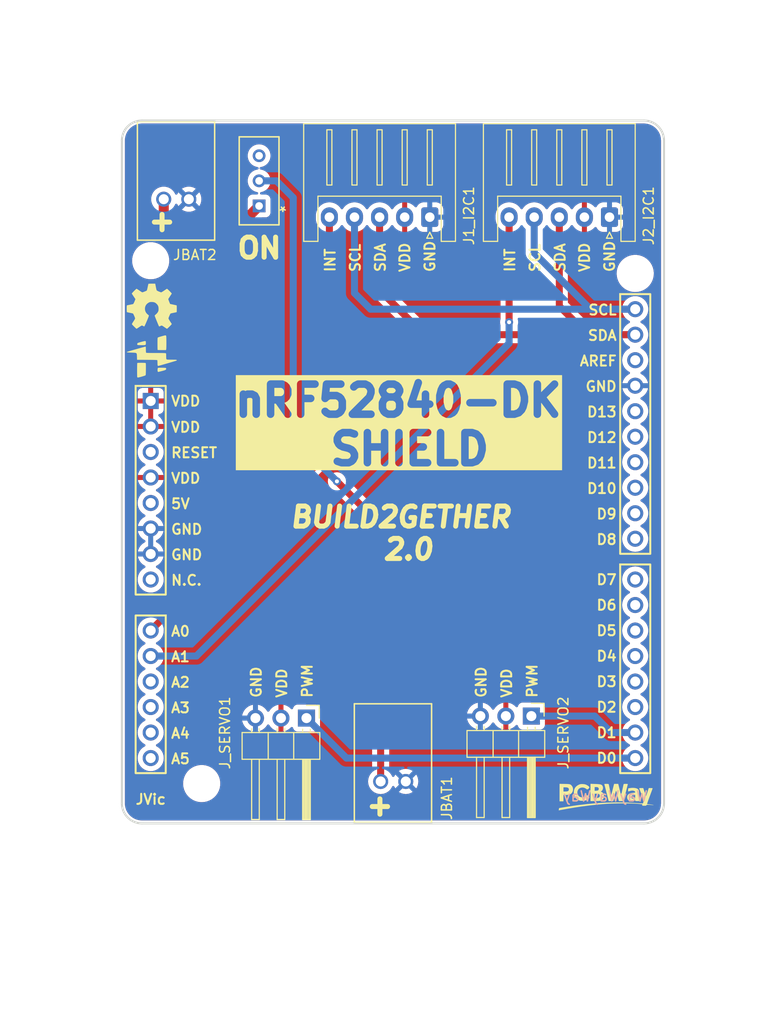
<source format=kicad_pcb>
(kicad_pcb (version 20221018) (generator pcbnew)

  (general
    (thickness 1.6)
  )

  (paper "A4")
  (layers
    (0 "F.Cu" signal)
    (31 "B.Cu" signal)
    (32 "B.Adhes" user "B.Adhesive")
    (33 "F.Adhes" user "F.Adhesive")
    (34 "B.Paste" user)
    (35 "F.Paste" user)
    (36 "B.SilkS" user "B.Silkscreen")
    (37 "F.SilkS" user "F.Silkscreen")
    (38 "B.Mask" user)
    (39 "F.Mask" user)
    (40 "Dwgs.User" user "User.Drawings")
    (41 "Cmts.User" user "User.Comments")
    (42 "Eco1.User" user "User.Eco1")
    (43 "Eco2.User" user "User.Eco2")
    (44 "Edge.Cuts" user)
    (45 "Margin" user)
    (46 "B.CrtYd" user "B.Courtyard")
    (47 "F.CrtYd" user "F.Courtyard")
    (48 "B.Fab" user)
    (49 "F.Fab" user)
    (50 "User.1" user)
    (51 "User.2" user)
    (52 "User.3" user)
    (53 "User.4" user)
    (54 "User.5" user)
    (55 "User.6" user)
    (56 "User.7" user)
    (57 "User.8" user)
    (58 "User.9" user)
  )

  (setup
    (stackup
      (layer "F.SilkS" (type "Top Silk Screen"))
      (layer "F.Paste" (type "Top Solder Paste"))
      (layer "F.Mask" (type "Top Solder Mask") (thickness 0.01))
      (layer "F.Cu" (type "copper") (thickness 0.035))
      (layer "dielectric 1" (type "core") (thickness 1.51) (material "FR4") (epsilon_r 4.5) (loss_tangent 0.02))
      (layer "B.Cu" (type "copper") (thickness 0.035))
      (layer "B.Mask" (type "Bottom Solder Mask") (thickness 0.01))
      (layer "B.Paste" (type "Bottom Solder Paste"))
      (layer "B.SilkS" (type "Bottom Silk Screen"))
      (copper_finish "None")
      (dielectric_constraints no)
    )
    (pad_to_mask_clearance 0)
    (pcbplotparams
      (layerselection 0x00010fc_ffffffff)
      (plot_on_all_layers_selection 0x0000000_00000000)
      (disableapertmacros false)
      (usegerberextensions false)
      (usegerberattributes false)
      (usegerberadvancedattributes false)
      (creategerberjobfile false)
      (dashed_line_dash_ratio 12.000000)
      (dashed_line_gap_ratio 3.000000)
      (svgprecision 4)
      (plotframeref false)
      (viasonmask false)
      (mode 1)
      (useauxorigin false)
      (hpglpennumber 1)
      (hpglpenspeed 20)
      (hpglpendiameter 15.000000)
      (dxfpolygonmode true)
      (dxfimperialunits true)
      (dxfusepcbnewfont true)
      (psnegative false)
      (psa4output false)
      (plotreference true)
      (plotvalue true)
      (plotinvisibletext false)
      (sketchpadsonfab false)
      (subtractmaskfromsilk true)
      (outputformat 1)
      (mirror false)
      (drillshape 0)
      (scaleselection 1)
      (outputdirectory "Gerbers_Nordic/")
    )
  )

  (net 0 "")
  (net 1 "GND")
  (net 2 "VDD")
  (net 3 "/SDA")
  (net 4 "/SCL")
  (net 5 "/INT1")
  (net 6 "unconnected-(U1-~{RESET}-Pad3)")
  (net 7 "+5V")
  (net 8 "unconnected-(U1-NC-Pad8)")
  (net 9 "/SV1")
  (net 10 "unconnected-(U1-A2-Pad11)")
  (net 11 "unconnected-(U1-A3-Pad12)")
  (net 12 "unconnected-(U1-A4-Pad13)")
  (net 13 "unconnected-(U1-A5-Pad14)")
  (net 14 "unconnected-(U1-D2-Pad17)")
  (net 15 "unconnected-(U1-D3-Pad18)")
  (net 16 "unconnected-(U1-D4-Pad19)")
  (net 17 "unconnected-(U1-D5-Pad20)")
  (net 18 "unconnected-(U1-D6-Pad21)")
  (net 19 "unconnected-(U1-D7-Pad22)")
  (net 20 "unconnected-(U1-D8-Pad23)")
  (net 21 "unconnected-(U1-D9-Pad24)")
  (net 22 "unconnected-(U1-D10-Pad25)")
  (net 23 "unconnected-(U1-D11-Pad26)")
  (net 24 "unconnected-(U1-D12-Pad27)")
  (net 25 "unconnected-(U1-D13-Pad28)")
  (net 26 "unconnected-(U1-AREF-Pad30)")
  (net 27 "/INT2")
  (net 28 "/SV2")
  (net 29 "Net-(JBAT2-Pin_2)")
  (net 30 "Net-(JBAT1-Pin_2)")
  (net 31 "unconnected-(SW1-C-Pad3)")

  (footprint "Connector_PinHeader_2.54mm:PinHeader_1x03_P2.54mm_Horizontal" (layer "F.Cu") (at 138.017703 106.625 -90))

  (footprint "Build2Together:CONN_S2B-XH-A-1LFSN_JST" (layer "F.Cu") (at 126.3 54.953076 180))

  (footprint "Connector_JST:JST_XH_S5B-XH-A_1x05_P2.50mm_Horizontal" (layer "F.Cu") (at 150.3 56.740876 180))

  (footprint "Build2Together:1P2T_SS-12D00_CNK" (layer "F.Cu") (at 133.3 55.624576 180))

  (footprint "Connector_JST:JST_XH_S5B-XH-A_1x05_P2.50mm_Horizontal" (layer "F.Cu") (at 168.2 56.740876 180))

  (footprint "LOGO" (layer "F.Cu") (at 122.6 65.6))

  (footprint "Build2Together:CONN_S2B-XH-A-1LFSN_JST" (layer "F.Cu") (at 147.907703 112.935676 180))

  (footprint "LOGO" (layer "F.Cu") (at 122.6 70.6))

  (footprint "LOGO" (layer "F.Cu") (at 167.8 114.4))

  (footprint "Build2Together:SHIELD_NRF52840" (layer "F.Cu") (at 168.902703 75.045876 -90))

  (footprint "Connector_PinHeader_2.54mm:PinHeader_1x03_P2.54mm_Horizontal" (layer "F.Cu") (at 160.417703 106.425 -90))

  (gr_line (start 171.632703 117.115876) (end 121.632703 117.115876)
    (stroke (width 0.2) (type default)) (layer "Edge.Cuts") (tstamp 3610a6ea-7064-495f-924a-8cc9ea985fa6))
  (gr_line (start 173.632703 49.115876) (end 173.632703 115.115876)
    (stroke (width 0.2) (type default)) (layer "Edge.Cuts") (tstamp 76aec160-148b-4a27-aeda-c45a41fc4212))
  (gr_arc (start 119.632703 49.115876) (mid 120.218498 47.701679) (end 121.632703 47.115876)
    (stroke (width 0.2) (type default)) (layer "Edge.Cuts") (tstamp b2a8de8b-d625-4524-a634-6019c15fec1e))
  (gr_arc (start 173.632703 115.115876) (mid 173.046917 116.53009) (end 171.632703 117.115876)
    (stroke (width 0.2) (type default)) (layer "Edge.Cuts") (tstamp ba2aa162-a587-4cd5-9830-d75f39f85011))
  (gr_arc (start 121.632703 117.115876) (mid 120.218489 116.53009) (end 119.632703 115.115876)
    (stroke (width 0.2) (type default)) (layer "Edge.Cuts") (tstamp cfbc3e28-89af-49b7-b828-307fe7d1c267))
  (gr_arc (start 171.632703 47.115876) (mid 173.046923 47.701662) (end 173.632703 49.115876)
    (stroke (width 0.2) (type default)) (layer "Edge.Cuts") (tstamp d29c7661-3c3c-4169-85b1-bfbfe646c8ec))
  (gr_line (start 121.632703 47.115876) (end 171.632703 47.115876)
    (stroke (width 0.2) (type default)) (layer "Edge.Cuts") (tstamp dee0de0b-027c-4afa-b46c-d210d67087ee))
  (gr_line (start 119.632703 115.115876) (end 119.632703 49.115876)
    (stroke (width 0.2) (type default)) (layer "Edge.Cuts") (tstamp f00633b4-bd73-4931-b93e-52a1e750826a))
  (gr_poly
    (pts
      (xy 173.492702 46.975876)
      (xy 173.492703 59.115876)
      (xy 165.492704 59.115876)
      (xy 165.492703 46.975876)
    )

    (stroke (width 0.1) (type default)) (fill none) (layer "F.Fab") (tstamp 0375132f-0fb5-4a59-a7eb-bb9b6085055d))
  (gr_line (start 169.262703 64.405876) (end 122.872703 64.365876)
    (stroke (width 0.15) (type default)) (layer "F.Fab") (tstamp 04b4fce2-bb87-4029-8587-1424a0b108ae))
  (gr_poly
    (pts
      (xy 127.832703 46.975876)
      (xy 127.832703 59.115876)
      (xy 119.832703 59.115876)
      (xy 119.832703 46.975877)
    )

    (stroke (width 0.1) (type default)) (fill none) (layer "F.Fab") (tstamp 158591d6-3889-496f-b424-824c70ef1462))
  (gr_text "WayWayWay" (at 172.1 115) (layer "B.SilkS") (tstamp 285665d2-c1a1-435f-82b9-db27f5cadb6a)
    (effects (font (size 1 1) (thickness 0.15)) (justify left bottom mirror))
  )
  (gr_text "+" (at 146.9 114.4 180) (layer "F.SilkS") (tstamp 067e4209-02ec-4702-b7b4-c253c1233da7)
    (effects (font (size 2 2) (thickness 0.5) bold) (justify left bottom))
  )
  (gr_text "VDD" (at 148.4 62.304762 90) (layer "F.SilkS") (tstamp 0c0a3813-6cef-40e8-848c-8d8bba100528)
    (effects (font (size 1 1) (thickness 0.2) bold) (justify left bottom))
  )
  (gr_text "VDD" (at 136.141703 104.7 90) (layer "F.SilkS") (tstamp 12b7885c-44a7-4df6-8f08-933ad57b57db)
    (effects (font (size 1 1) (thickness 0.2) bold) (justify left bottom))
  )
  (gr_text "GND" (at 156.001703 104.7 90) (layer "F.SilkS") (tstamp 2590e930-15b4-4222-9df3-353e5704a5c5)
    (effects (font (size 1 1) (thickness 0.2) bold) (justify left bottom))
  )
  (gr_text "SCL" (at 161.364 62.304762 90) (layer "F.SilkS") (tstamp 288ba83d-803a-4291-9931-1253643c9d1b)
    (effects (font (size 1 1) (thickness 0.2) bold) (justify left bottom))
  )
  (gr_text "JVic" (at 120.9 115.3) (layer "F.SilkS") (tstamp 6b7d20c0-31ba-47c5-9764-63397ce76817)
    (effects (font (size 1 1) (thickness 0.2) bold) (justify left bottom))
  )
  (gr_text "INT" (at 140.964 62.304762 90) (layer "F.SilkS") (tstamp 6e159461-56d8-487e-8d35-ad1e7d855cb5)
    (effects (font (size 1 1) (thickness 0.2) bold) (justify left bottom))
  )
  (gr_text "ON" (at 130.9 61) (layer "F.SilkS") (tstamp 7eb9879c-05dd-40a0-bf5d-0faf5c6da76a)
    (effects (font (size 2 2) (thickness 0.5) bold) (justify left bottom))
  )
  (gr_text "SCL" (at 143.464 62.304762 90) (layer "F.SilkS") (tstamp 83cf9ff7-7fe3-4c39-bdbe-1355c37cafb7)
    (effects (font (size 1 1) (thickness 0.2) bold) (justify left bottom))
  )
  (gr_text "SDA" (at 163.864 62.304762 90) (layer "F.SilkS") (tstamp 93316cb0-b385-4eab-aaf4-f376d63bf87c)
    (effects (font (size 1 1) (thickness 0.2) bold) (justify left bottom))
  )
  (gr_text "GND" (at 133.601703 104.7 90) (layer "F.SilkS") (tstamp 966ecd3e-cba7-4136-ab0c-e042f3f2f624)
    (effects (font (size 1 1) (thickness 0.2) bold) (justify left bottom))
  )
  (gr_text "GND" (at 150.9 62.304762 90) (layer "F.SilkS") (tstamp a4068dfe-d829-42c9-abca-f5bb2ec9cc38)
    (effects (font (size 1 1) (thickness 0.2) bold) (justify left bottom))
  )
  (gr_text "BUILD2GETHER \n2.0" (at 148.175 91) (layer "F.SilkS") (tstamp afacb915-badd-49aa-ae8b-6314c1943d4d)
    (effects (font (size 2 2) (thickness 0.5) bold italic) (justify bottom))
  )
  (gr_text "PWM" (at 161.081703 104.7 90) (layer "F.SilkS") (tstamp b60bb52d-474d-413e-8254-5600cdd83eb2)
    (effects (font (size 1 1) (thickness 0.2) bold) (justify left bottom))
  )
  (gr_text "nRF52840-DK \nSHIELD" (at 148.3 81.6) (layer "F.SilkS" knockout) (tstamp c8e60aed-0622-45f3-8a43-41a86e9bbbe4)
    (effects (font (size 3 3) (thickness 0.75) bold) (justify bottom))
  )
  (gr_text "PWM" (at 138.681703 104.7 90) (layer "F.SilkS") (tstamp cb4afefd-a16d-4c8d-8aa1-d2337f4c49b1)
    (effects (font (size 1 1) (thickness 0.2) bold) (justify left bottom))
  )
  (gr_text "INT" (at 158.864 62.304762 90) (layer "F.SilkS") (tstamp d14d9507-27af-4cda-b234-f61cc78f64af)
    (effects (font (size 1 1) (thickness 0.2) bold) (justify left bottom))
  )
  (gr_text "VDD" (at 158.541703 104.7 90) (layer "F.SilkS") (tstamp d3ce9adb-5349-4f02-93a3-1157bbdc41a7)
    (effects (font (size 1 1) (thickness 0.2) bold) (justify left bottom))
  )
  (gr_text "+" (at 125.2 56.2 180) (layer "F.SilkS") (tstamp df279cee-f29e-46e7-b7fe-663f2c8736bc)
    (effects (font (size 2 2) (thickness 0.5) bold) (justify left bottom))
  )
  (gr_text "GND" (at 168.8 62.304762 90) (layer "F.SilkS") (tstamp ece4bc23-412f-44b2-8456-ec1fbbaf5771)
    (effects (font (size 1 1) (thickness 0.2) bold) (justify left bottom))
  )
  (gr_text "VDD" (at 166.3 62.304762 90) (layer "F.SilkS") (tstamp f41a1ea7-fb51-4a07-9390-97c812ef4ddd)
    (effects (font (size 1 1) (thickness 0.2) bold) (justify left bottom))
  )
  (gr_text "SDA" (at 145.964 62.304762 90) (layer "F.SilkS") (tstamp f58e1e89-e89c-49f7-a3cb-fc98bca61681)
    (effects (font (size 1 1) (thickness 0.2) bold) (justify left bottom))
  )

  (segment (start 145.3 64) (end 149.745876 68.445876) (width 0.7) (layer "F.Cu") (net 3) (tstamp 4e5a0b25-a1cf-44c8-845d-ca8df6bff37b))
  (segment (start 166.045876 68.445876) (end 170.762703 68.445876) (width 0.7) (layer "F.Cu") (net 3) (tstamp 500a5609-9c56-4b58-a9b3-107064d27610))
  (segment (start 163.2 56.740876) (end 163.2 65.6) (width 0.7) (layer "F.Cu") (net 3) (tstamp 5610c9c5-7193-4a64-aeb4-6e3f6f0d5ab5))
  (segment (start 163.2 65.6) (end 166.045876 68.445876) (width 0.7) (layer "F.Cu") (net 3) (tstamp 890464e9-d240-4313-b625-b7c33ed8604a))
  (segment (start 145.3 56.740876) (end 145.3 64) (width 0.7) (layer "F.Cu") (net 3) (tstamp ccbd1731-e1e9-4b92-8c86-782db2ce52da))
  (segment (start 149.745876 68.445876) (end 170.762703 68.445876) (width 0.7) (layer "F.Cu") (net 3) (tstamp e89e5f0c-2cf8-47fe-a26c-4c096319b17e))
  (segment (start 170.762703 65.905876) (end 144.405876 65.905876) (width 0.7) (layer "B.Cu") (net 4) (tstamp 1d65ab88-6a43-4154-adf6-e8094708ff4b))
  (segment (start 142.8 64.3) (end 142.8 56.740876) (width 0.7) (layer "B.Cu") (net 4) (tstamp 330b586f-ba1e-4660-9ac9-133ff2a35ac4))
  (segment (start 166.305876 65.905876) (end 170.762703 65.905876) (width 0.7) (layer "B.Cu") (net 4) (tstamp 502a3142-b621-4a85-9b28-33e3ecbc36b8))
  (segment (start 144.405876 65.905876) (end 142.8 64.3) (width 0.7) (layer "B.Cu") (net 4) (tstamp 7edd65c5-e167-4217-8fc7-a8ee219caf35))
  (segment (start 160.7 60.3) (end 166.305876 65.905876) (width 0.7) (layer "B.Cu") (net 4) (tstamp e60a0fe3-b2da-45bb-b78a-a177ae5b0d0c))
  (segment (start 160.7 56.740876) (end 160.7 60.3) (width 0.7) (layer "B.Cu") (net 4) (tstamp fc8b5419-72c1-4840-b44c-c75ba311471f))
  (segment (start 140.3 56.740876) (end 140.3 80.108579) (width 0.7) (layer "F.Cu") (net 5) (tstamp d9e7280a-2d1b-4975-a477-17ef12967889))
  (segment (start 140.3 80.108579) (end 122.502703 97.905876) (width 0.7) (layer "F.Cu") (net 5) (tstamp f70bd45b-ba74-4e92-96ab-bb0e201ccab5))
  (segment (start 170.762703 110.605876) (end 141.998579 110.605876) (width 0.7) (layer "B.Cu") (net 9) (tstamp 5cf18316-62d2-4686-b4d2-44e48aeddd92))
  (segment (start 141.998579 110.605876) (end 138.017703 106.625) (width 0.7) (layer "B.Cu") (net 9) (tstamp e6ff31b5-dc89-4d57-a5cf-11443cf4226c))
  (segment (start 158.2 67.2) (end 158.2 56.740876) (width 0.7) (layer "F.Cu") (net 27) (tstamp 0e252c9f-d7c7-4a90-9318-996a273826af))
  (via (at 158.2 67.2) (size 0.8) (drill 0.4) (layers "F.Cu" "B.Cu") (net 27) (tstamp fd3fb75b-36f3-4c1c-8e81-d92886bcdc8c))
  (segment (start 158.2 67.2) (end 158.2 69.3) (width 0.7) (layer "B.Cu") (net 27) (tstamp 379ff9fe-4835-4c10-b61d-3da27644717d))
  (segment (start 158.2 69.3) (end 127.054124 100.445876) (width 0.7) (layer "B.Cu") (net 27) (tstamp 3c00d2a8-ed6c-4e60-b696-b53271ef886b))
  (segment (start 127.054124 100.445876) (end 122.502703 100.445876) (width 0.7) (layer "B.Cu") (net 27) (tstamp c4de777f-3f0d-4d68-92d5-a10ad9600cce))
  (segment (start 168.365876 108.065876) (end 170.762703 108.065876) (width 0.7) (layer "B.Cu") (net 28) (tstamp 2a8ccb95-7ddc-4c95-94ba-91b2aa0eb7db))
  (segment (start 160.417703 106.425) (end 166.725 106.425) (width 0.7) (layer "B.Cu") (net 28) (tstamp 30bca1ac-d88b-4c08-8fdd-5049dd413926))
  (segment (start 166.725 106.425) (end 168.365876 108.065876) (width 0.7) (layer "B.Cu") (net 28) (tstamp c5913d20-a0cc-4b12-bdab-4485c84a3524))
  (segment (start 133.3 55.624576) (end 130.924576 58) (width 1) (layer "F.Cu") (net 29) (tstamp 2ae2748d-088c-44c0-84d1-88dbba604201))
  (segment (start 130.924576 58) (end 125.3 58) (width 1) (layer "F.Cu") (net 29) (tstamp 55b66fd5-6c72-4218-9cec-45b61f9a0f21))
  (segment (start 125.3 58) (end 123.800001 56.500001) (width 1) (layer "F.Cu") (net 29) (tstamp 6c3cc9e1-de21-4bf1-83a7-2399c94a2a51))
  (segment (start 123.800001 56.500001) (end 123.800001 55.1285) (width 1) (layer "F.Cu") (net 29) (tstamp f4cbd770-1c8c-440f-83a6-502387c08e08))
  (segment (start 141.05 83.05) (end 145.407704 87.407704) (width 0.7) (layer "F.Cu") (net 30) (tstamp 355add45-460e-4ad0-bab3-95b69efa14f5))
  (segment (start 145.407704 87.407704) (end 145.407704 112.935676) (width 0.7) (layer "F.Cu") (net 30) (tstamp 435918c4-6906-4575-9aa0-b02c61d1c491))
  (via (at 141.05 83.05) (size 0.8) (drill 0.4) (layers "F.Cu" "B.Cu") (net 30) (tstamp 3b4909d7-0cce-4097-ad69-0ccf6a011707))
  (segment (start 136.7 54.8) (end 135.024576 53.124576) (width 0.7) (layer "B.Cu") (net 30) (tstamp 361e0ab9-c0b7-45c0-be67-5564f570af50))
  (segment (start 135.024576 53.124576) (end 133.3 53.124576) (width 0.7) (layer "B.Cu") (net 30) (tstamp 6c524d3e-d2c6-48f7-9ab4-33d52039a51c))
  (segment (start 141.05 83.05) (end 136.7 78.7) (width 0.7) (layer "B.Cu") (net 30) (tstamp a6898bb0-0980-4125-9543-1f551813ec3e))
  (segment (start 136.7 78.7) (end 136.7 54.8) (width 0.7) (layer "B.Cu") (net 30) (tstamp e99b7f84-8e65-429d-896c-9802df598d08))

  (zone (net 2) (net_name "VDD") (layer "F.Cu") (tstamp 5c958d23-736f-41fe-9987-f7828eea7b53) (hatch edge 0.5)
    (connect_pads (clearance 0.5))
    (min_thickness 0.25) (filled_areas_thickness no)
    (fill yes (thermal_gap 0.5) (thermal_bridge_width 0.5))
    (polygon
      (pts
        (xy 179.492703 39.115876)
        (xy 114.492703 39.115876)
        (xy 114.492703 129.115876)
        (xy 179.492703 129.115876)
      )
    )
    (filled_polygon
      (layer "F.Cu")
      (pts
        (xy 122.752703 77.150374)
        (xy 122.645018 77.101196)
        (xy 122.538466 77.085876)
        (xy 122.46694 77.085876)
        (xy 122.360388 77.101196)
        (xy 122.252703 77.150374)
        (xy 122.252703 75.481377)
        (xy 122.360388 75.530556)
        (xy 122.46694 75.545876)
        (xy 122.538466 75.545876)
        (xy 122.645018 75.530556)
        (xy 122.752703 75.481377)
      )
    )
    (filled_polygon
      (layer "F.Cu")
      (pts
        (xy 171.634911 47.416533)
        (xy 171.865728 47.433042)
        (xy 171.883229 47.435559)
        (xy 172.102848 47.483333)
        (xy 172.119807 47.488312)
        (xy 172.330401 47.56686)
        (xy 172.346487 47.574206)
        (xy 172.54374 47.681914)
        (xy 172.55862 47.691476)
        (xy 172.73855 47.826168)
        (xy 172.751913 47.837747)
        (xy 172.91084 47.996673)
        (xy 172.92242 48.010037)
        (xy 173.057108 48.189958)
        (xy 173.066672 48.204841)
        (xy 173.174387 48.4021)
        (xy 173.181737 48.418194)
        (xy 173.260276 48.62876)
        (xy 173.265261 48.645735)
        (xy 173.313037 48.865348)
        (xy 173.315555 48.882859)
        (xy 173.332045 49.113376)
        (xy 173.332203 49.117801)
        (xy 173.332203 115.064105)
        (xy 173.332202 115.064123)
        (xy 173.332202 115.113668)
        (xy 173.332044 115.118092)
        (xy 173.315539 115.348895)
        (xy 173.313022 115.366407)
        (xy 173.265249 115.586028)
        (xy 173.260264 115.603003)
        (xy 173.181729 115.81357)
        (xy 173.17438 115.829664)
        (xy 173.06667 116.026923)
        (xy 173.057105 116.041806)
        (xy 172.922418 116.221731)
        (xy 172.910832 116.235102)
        (xy 172.75192 116.394017)
        (xy 172.738549 116.405604)
        (xy 172.558625 116.540294)
        (xy 172.543742 116.549859)
        (xy 172.346487 116.65757)
        (xy 172.330397 116.664918)
        (xy 172.165424 116.72645)
        (xy 172.119822 116.74346)
        (xy 172.102846 116.748444)
        (xy 171.883235 116.796218)
        (xy 171.865724 116.798736)
        (xy 171.677045 116.812231)
        (xy 171.635288 116.815218)
        (xy 171.630867 116.815376)
        (xy 121.634917 116.815376)
        (xy 121.630494 116.815218)
        (xy 121.607093 116.813544)
        (xy 121.399684 116.79871)
        (xy 121.382172 116.796192)
        (xy 121.162571 116.748421)
        (xy 121.145595 116.743437)
        (xy 120.935015 116.664894)
        (xy 120.918922 116.657544)
        (xy 120.721675 116.549838)
        (xy 120.706791 116.540273)
        (xy 120.52687 116.405585)
        (xy 120.513506 116.394005)
        (xy 120.354582 116.23508)
        (xy 120.343003 116.221716)
        (xy 120.208317 116.041793)
        (xy 120.198752 116.02691)
        (xy 120.091044 115.829655)
        (xy 120.083695 115.813561)
        (xy 120.079207 115.801529)
        (xy 120.044428 115.708278)
        (xy 120.005161 115.602996)
        (xy 120.000176 115.586021)
        (xy 119.952404 115.366404)
        (xy 119.949887 115.348892)
        (xy 119.933361 115.117797)
        (xy 119.933203 115.113371)
        (xy 119.933204 115.068285)
        (xy 119.933203 115.068281)
        (xy 119.933203 113.213639)
        (xy 125.72849 113.213639)
        (xy 125.758116 113.482889)
        (xy 125.758118 113.4829)
        (xy 125.826629 113.744958)
        (xy 125.826631 113.744964)
        (xy 125.932573 113.994266)
        (xy 126.05261 114.190953)
        (xy 126.073682 114.225481)
        (xy 126.073689 114.225491)
        (xy 126.246956 114.433695)
        (xy 126.246962 114.4337)
        (xy 126.448701 114.614458)
        (xy 126.674613 114.76392)
        (xy 126.919879 114.878896)
        (xy 126.919886 114.878898)
        (xy 126.919888 114.878899)
        (xy 127.17926 114.956933)
        (xy 127.179267 114.956934)
        (xy 127.179272 114.956936)
        (xy 127.447264 114.996376)
        (xy 127.447269 114.996376)
        (xy 127.650339 114.996376)
        (xy 127.701836 114.992606)
        (xy 127.852859 114.981553)
        (xy 127.965461 114.956469)
        (xy 128.117249 114.922658)
        (xy 128.117251 114.922657)
        (xy 128.117256 114.922656)
        (xy 128.370261 114.82589)
        (xy 128.60648 114.693317)
        (xy 128.82088 114.527764)
        (xy 129.008889 114.332757)
        (xy 129.166502 114.112455)
        (xy 129.277134 113.897274)
        (xy 129.290352 113.871566)
        (xy 129.290354 113.87156)
        (xy 129.290359 113.871551)
        (xy 129.377821 113.615181)
        (xy 129.427022 113.348809)
        (xy 129.436915 113.078111)
        (xy 129.407289 112.808858)
        (xy 129.338775 112.546788)
        (xy 129.232833 112.297486)
        (xy 129.091721 112.066266)
        (xy 129.00245 111.958995)
        (xy 128.918449 111.858056)
        (xy 128.918443 111.858051)
        (xy 128.716705 111.677294)
        (xy 128.490795 111.527833)
        (xy 128.490793 111.527832)
        (xy 128.245527 111.412856)
        (xy 128.245522 111.412854)
        (xy 128.245517 111.412852)
        (xy 127.986145 111.334818)
        (xy 127.986131 111.334815)
        (xy 127.870494 111.317797)
        (xy 127.718142 111.295376)
        (xy 127.515072 111.295376)
        (xy 127.515067 111.295376)
        (xy 127.312547 111.310199)
        (xy 127.312534 111.310201)
        (xy 127.048156 111.369093)
        (xy 127.048149 111.369096)
        (xy 126.795142 111.465863)
        (xy 126.558929 111.598433)
        (xy 126.558927 111.598434)
        (xy 126.558926 111.598435)
        (xy 126.549229 111.605923)
        (xy 126.344525 111.763988)
        (xy 126.156525 111.958985)
        (xy 126.156519 111.958992)
        (xy 125.998905 112.179295)
        (xy 125.998902 112.1793)
        (xy 125.875053 112.420185)
        (xy 125.875046 112.420203)
        (xy 125.787587 112.676561)
        (xy 125.787584 112.676575)
        (xy 125.738384 112.942944)
        (xy 125.738383 112.942951)
        (xy 125.72849 113.213639)
        (xy 119.933203 113.213639)
        (xy 119.933203 110.605877)
        (xy 121.197235 110.605877)
        (xy 121.217067 110.832562)
        (xy 121.217069 110.832573)
        (xy 121.275961 111.052364)
        (xy 121.275964 111.052373)
        (xy 121.372134 111.258608)
        (xy 121.372135 111.25861)
        (xy 121.502657 111.445017)
        (xy 121.663561 111.605921)
        (xy 121.663564 111.605923)
        (xy 121.849969 111.736444)
        (xy 122.056207 111.832615)
        (xy 122.276011 111.891511)
        (xy 122.437933 111.905677)
        (xy 122.502701 111.911344)
        (xy 122.502703 111.911344)
        (xy 122.502705 111.911344)
        (xy 122.559376 111.906385)
        (xy 122.729395 111.891511)
        (xy 122.949199 111.832615)
        (xy 123.155437 111.736444)
        (xy 123.341842 111.605923)
        (xy 123.50275 111.445015)
        (xy 123.633271 111.25861)
        (xy 123.729442 111.052372)
        (xy 123.788338 110.832568)
        (xy 123.808171 110.605876)
        (xy 123.788338 110.379184)
        (xy 123.729442 110.15938)
        (xy 123.633271 109.953142)
        (xy 123.50275 109.766737)
        (xy 123.502748 109.766734)
        (xy 123.341844 109.60583)
        (xy 123.155437 109.475308)
        (xy 123.155431 109.475305)
        (xy 123.097428 109.448258)
        (xy 123.044988 109.402086)
        (xy 123.025836 109.334893)
        (xy 123.046051 109.268011)
        (xy 123.097428 109.223494)
        (xy 123.155437 109.196444)
        (xy 123.341842 109.065923)
        (xy 123.50275 108.905015)
        (xy 123.633271 108.71861)
        (xy 123.729442 108.512372)
        (xy 123.788338 108.292568)
        (xy 123.808171 108.065876)
        (xy 123.788338 107.839184)
        (xy 123.729442 107.61938)
        (xy 123.633271 107.413142)
        (xy 123.50275 107.226737)
        (xy 123.502748 107.226734)
        (xy 123.341844 107.06583)
        (xy 123.155437 106.935308)
        (xy 123.155431 106.935305)
        (xy 123.097428 106.908258)
        (xy 123.044988 106.862086)
        (xy 123.025836 106.794893)
        (xy 123.046051 106.728011)
        (xy 123.097428 106.683494)
        (xy 123.155437 106.656444)
        (xy 123.200344 106.625)
        (xy 131.582044 106.625)
        (xy 131.602639 106.860403)
        (xy 131.602641 106.860413)
        (xy 131.663797 107.088655)
        (xy 131.663799 107.088659)
        (xy 131.6638 107.088663)
        (xy 131.746858 107.266781)
        (xy 131.763668 107.30283)
        (xy 131.76367 107.302834)
        (xy 131.840909 107.413142)
        (xy 131.899208 107.496401)
        (xy 132.066302 107.663495)
        (xy 132.145276 107.718793)
        (xy 132.259868 107.799032)
        (xy 132.25987 107.799033)
        (xy 132.259873 107.799035)
        (xy 132.47404 107.898903)
        (xy 132.702295 107.960063)
        (xy 132.878737 107.9755)
        (xy 132.937702 107.980659)
        (xy 132.937703 107.980659)
        (xy 132.937704 107.980659)
        (xy 132.996669 107.9755)
        (xy 133.173111 107.960063)
        (xy 133.401366 107.898903)
        (xy 133.615533 107.799035)
        (xy 133.809104 107.663495)
        (xy 133.976198 107.496401)
        (xy 134.106433 107.310405)
        (xy 134.16101 107.266781)
        (xy 134.230508 107.259587)
        (xy 134.292863 107.29111)
        (xy 134.309582 107.310405)
        (xy 134.439593 107.496078)
        (xy 134.60662 107.663105)
        (xy 134.800124 107.7986)
        (xy 135.01421 107.898429)
        (xy 135.014219 107.898433)
        (xy 135.227703 107.955634)
        (xy 135.227703 107.060501)
        (xy 135.335388 107.10968)
        (xy 135.44194 107.125)
        (xy 135.513466 107.125)
        (xy 135.620018 107.10968)
        (xy 135.727703 107.060501)
        (xy 135.727703 107.955633)
        (xy 135.941186 107.898433)
        (xy 135.941195 107.898429)
        (xy 136.155281 107.7986)
        (xy 136.348781 107.663108)
        (xy 136.470836 107.541053)
        (xy 136.532159 107.507568)
        (xy 136.601851 107.512552)
        (xy 136.657785 107.554423)
        (xy 136.6747 107.585401)
        (xy 136.723905 107.717328)
        (xy 136.723909 107.717335)
        (xy 136.810155 107.832544)
        (xy 136.810158 107.832547)
        (xy 136.925367 107.918793)
        (xy 136.925374 107.918797)
        (xy 137.06022 107.969091)
        (xy 137.060219 107.969091)
        (xy 137.067147 107.969835)
        (xy 137.11983 107.9755)
        (xy 138.915575 107.975499)
        (xy 138.975186 107.969091)
        (xy 139.110034 107.918796)
        (xy 139.225249 107.832546)
        (xy 139.311499 107.717331)
        (xy 139.361794 107.582483)
        (xy 139.368203 107.522873)
        (xy 139.368202 105.727128)
        (xy 139.361794 105.667517)
        (xy 139.360705 105.664598)
        (xy 139.3115 105.532671)
        (xy 139.311496 105.532664)
        (xy 139.22525 105.417455)
        (xy 139.225247 105.417452)
        (xy 139.110038 105.331206)
        (xy 139.110031 105.331202)
        (xy 138.975185 105.280908)
        (xy 138.975186 105.280908)
        (xy 138.915586 105.274501)
        (xy 138.915584 105.2745)
        (xy 138.915576 105.2745)
        (xy 138.915567 105.2745)
        (xy 137.119832 105.2745)
        (xy 137.119826 105.274501)
        (xy 137.060219 105.280908)
        (xy 136.925374 105.331202)
        (xy 136.925367 105.331206)
        (xy 136.810158 105.417452)
        (xy 136.810155 105.417455)
        (xy 136.723909 105.532664)
        (xy 136.723905 105.532671)
        (xy 136.6747 105.664598)
        (xy 136.632829 105.720532)
        (xy 136.567364 105.744949)
        (xy 136.499091 105.730097)
        (xy 136.470837 105.708946)
        (xy 136.348785 105.586894)
        (xy 136.155281 105.451399)
        (xy 135.941195 105.35157)
        (xy 135.941189 105.351567)
        (xy 135.727703 105.294364)
        (xy 135.727703 106.189498)
        (xy 135.620018 106.14032)
        (xy 135.513466 106.125)
        (xy 135.44194 106.125)
        (xy 135.335388 106.14032)
        (xy 135.227703 106.189498)
        (xy 135.227703 105.294364)
        (xy 135.227702 105.294364)
        (xy 135.014216 105.351567)
        (xy 135.01421 105.35157)
        (xy 134.800125 105.451399)
        (xy 134.800123 105.4514)
        (xy 134.606629 105.586886)
        (xy 134.606623 105.586891)
        (xy 134.439594 105.75392)
        (xy 134.439593 105.753922)
        (xy 134.309583 105.939595)
        (xy 134.255006 105.983219)
        (xy 134.185507 105.990412)
        (xy 134.123153 105.95889)
        (xy 134.106433 105.939594)
        (xy 133.976197 105.753597)
        (xy 133.809105 105.586506)
        (xy 133.809098 105.586501)
        (xy 133.615537 105.450967)
        (xy 133.615533 105.450965)
        (xy 133.615531 105.450964)
        (xy 133.401366 105.351097)
        (xy 133.401362 105.351096)
        (xy 133.401358 105.351094)
        (xy 133.173116 105.289938)
        (xy 133.173106 105.289936)
        (xy 132.937704 105.269341)
        (xy 132.937702 105.269341)
        (xy 132.702299 105.289936)
        (xy 132.702289 105.289938)
        (xy 132.474047 105.351094)
        (xy 132.474038 105.351098)
        (xy 132.259874 105.450964)
        (xy 132.259872 105.450965)
        (xy 132.0663 105.586505)
        (xy 131.899208 105.753597)
        (xy 131.763668 105.947169)
        (xy 131.763667 105.947171)
        (xy 131.663801 106.161335)
        (xy 131.663797 106.161344)
        (xy 131.602641 106.389586)
        (xy 131.602639 106.389596)
        (xy 131.582044 106.624999)
        (xy 131.582044 106.625)
        (xy 123.200344 106.625)
        (xy 123.341842 106.525923)
        (xy 123.50275 106.365015)
        (xy 123.633271 106.17861)
        (xy 123.729442 105.972372)
        (xy 123.788338 105.752568)
        (xy 123.808061 105.527129)
        (xy 123.808171 105.525877)
        (xy 123.808171 105.525874)
        (xy 123.798685 105.417452)
        (xy 123.788338 105.299184)
        (xy 123.732271 105.089937)
        (xy 123.729444 105.079387)
        (xy 123.729441 105.079378)
        (xy 123.633271 104.873143)
        (xy 123.63327 104.873141)
        (xy 123.502748 104.686734)
        (xy 123.341844 104.52583)
        (xy 123.155437 104.395308)
        (xy 123.155431 104.395305)
        (xy 123.097428 104.368258)
        (xy 123.044988 104.322086)
        (xy 123.025836 104.254893)
        (xy 123.046051 104.188011)
        (xy 123.097428 104.143494)
        (xy 123.155437 104.116444)
        (xy 123.341842 103.985923)
        (xy 123.50275 103.825015)
        (xy 123.633271 103.63861)
        (xy 123.729442 103.432372)
        (xy 123.788338 103.212568)
        (xy 123.808171 102.985876)
        (xy 123.788338 102.759184)
        (xy 123.729442 102.53938)
        (xy 123.633271 102.333142)
        (xy 123.50275 102.146737)
        (xy 123.502748 102.146734)
        (xy 123.341844 101.98583)
        (xy 123.155437 101.855308)
        (xy 123.155431 101.855305)
        (xy 123.097428 101.828258)
        (xy 123.044988 101.782086)
        (xy 123.025836 101.714893)
        (xy 123.046051 101.648011)
        (xy 123.097428 101.603494)
        (xy 123.155437 101.576444)
        (xy 123.341842 101.445923)
        (xy 123.50275 101.285015)
        (xy 123.633271 101.09861)
        (xy 123.729442 100.892372)
        (xy 123.788338 100.672568)
        (xy 123.808171 100.445876)
        (xy 123.788338 100.219184)
        (xy 123.729442 99.99938)
        (xy 123.633271 99.793142)
        (xy 123.50275 99.606737)
        (xy 123.502748 99.606734)
        (xy 123.341844 99.44583)
        (xy 123.155437 99.315308)
        (xy 123.155431 99.315305)
        (xy 123.097428 99.288258)
        (xy 123.044988 99.242086)
        (xy 123.025836 99.174893)
        (xy 123.046051 99.108011)
        (xy 123.097428 99.063494)
        (xy 123.155437 99.036444)
        (xy 123.341842 98.905923)
        (xy 123.50275 98.745015)
        (xy 123.633271 98.55861)
        (xy 123.729442 98.352372)
        (xy 123.788338 98.132568)
        (xy 123.808171 97.905876)
        (xy 123.804949 97.869057)
        (xy 123.818714 97.800561)
        (xy 123.840793 97.770573)
        (xy 138.561365 83.05)
        (xy 140.14454 83.05)
        (xy 140.164326 83.238256)
        (xy 140.166292 83.244309)
        (xy 140.222818 83.418277)
        (xy 140.222821 83.418284)
        (xy 140.317467 83.582216)
        (xy 140.410803 83.685876)
        (xy 140.444129 83.722888)
        (xy 140.597268 83.83415)
        (xy 140.597269 83.834151)
        (xy 140.637728 83.852164)
        (xy 140.674974 83.877763)
        (xy 144.520885 87.723674)
        (xy 144.55437 87.784997)
        (xy 144.557204 87.811355)
        (xy 144.557204 111.966338)
        (xy 144.537519 112.033377)
        (xy 144.520885 112.054019)
        (xy 144.446106 112.128797)
        (xy 144.320604 112.308033)
        (xy 144.320602 112.308037)
        (xy 144.22813 112.506344)
        (xy 144.228126 112.506353)
        (xy 144.171497 112.717696)
        (xy 144.171497 112.7177)
        (xy 144.152427 112.935673)
        (xy 144.152427 112.935678)
        (xy 144.171497 113.153651)
        (xy 144.171497 113.153655)
        (xy 144.228126 113.364998)
        (xy 144.228128 113.365002)
        (xy 144.228129 113.365006)
        (xy 144.246129 113.403607)
        (xy 144.320601 113.563314)
        (xy 144.320602 113.563315)
        (xy 144.446106 113.742553)
        (xy 144.600827 113.897274)
        (xy 144.780065 114.022778)
        (xy 144.978374 114.115251)
        (xy 145.189727 114.171883)
        (xy 145.37263 114.187884)
        (xy 145.407702 114.190953)
        (xy 145.407704 114.190953)
        (xy 145.407706 114.190953)
        (xy 145.435958 114.188481)
        (xy 145.625681 114.171883)
        (xy 145.837034 114.115251)
        (xy 146.035343 114.022778)
        (xy 146.214581 113.897274)
        (xy 146.369302 113.742553)
        (xy 146.494806 113.563315)
        (xy 146.545322 113.454982)
        (xy 146.591493 113.402544)
        (xy 146.658686 113.383392)
        (xy 146.725567 113.403607)
        (xy 146.770085 113.454983)
        (xy 146.8206 113.563314)
        (xy 146.820601 113.563315)
        (xy 146.946105 113.742553)
        (xy 147.100826 113.897274)
        (xy 147.280064 114.022778)
        (xy 147.478373 114.115251)
        (xy 147.689726 114.171883)
        (xy 147.872629 114.187884)
        (xy 147.907701 114.190953)
        (xy 147.907703 114.190953)
        (xy 147.907705 114.190953)
        (xy 147.935957 114.188481)
        (xy 148.12568 114.171883)
        (xy 148.337033 114.115251)
        (xy 148.535342 114.022778)
        (xy 148.71458 113.897274)
        (xy 148.869301 113.742553)
        (xy 148.994805 113.563315)
        (xy 149.087278 113.365006)
        (xy 149.14391 113.153653)
        (xy 149.16298 112.935676)
        (xy 149.14391 112.717699)
        (xy 149.087278 112.506346)
        (xy 148.994805 112.308038)
        (xy 148.994802 112.308034)
        (xy 148.994802 112.308033)
        (xy 148.869302 112.1288)
        (xy 148.794521 112.054019)
        (xy 148.71458 111.974078)
        (xy 148.535342 111.848574)
        (xy 148.535343 111.848574)
        (xy 148.535341 111.848573)
        (xy 148.436187 111.802337)
        (xy 148.337033 111.756101)
        (xy 148.337029 111.7561)
        (xy 148.337025 111.756098)
        (xy 148.12568 111.699469)
        (xy 147.907705 111.680399)
        (xy 147.907701 111.680399)
        (xy 147.762385 111.693112)
        (xy 147.689726 111.699469)
        (xy 147.689723 111.699469)
        (xy 147.47838 111.756098)
        (xy 147.478371 111.756102)
        (xy 147.280064 111.848574)
        (xy 147.28006 111.848576)
        (xy 147.100824 111.974078)
        (xy 146.946105 112.128797)
        (xy 146.820603 112.308033)
        (xy 146.820603 112.308034)
        (xy 146.770085 112.416369)
        (xy 146.723912 112.468808)
        (xy 146.656718 112.487959)
        (xy 146.589837 112.467743)
        (xy 146.545321 112.416368)
        (xy 146.494806 112.308038)
        (xy 146.494803 112.308034)
        (xy 146.494803 112.308033)
        (xy 146.369301 112.128797)
        (xy 146.294523 112.054019)
        (xy 146.261038 111.992696)
        (xy 146.258204 111.966338)
        (xy 146.258204 110.605877)
        (xy 169.457235 110.605877)
        (xy 169.477067 110.832562)
        (xy 169.477069 110.832573)
        (xy 169.535961 111.052364)
        (xy 169.535964 111.052373)
        (xy 169.632134 111.258608)
        (xy 169.632135 111.25861)
        (xy 169.762657 111.445017)
        (xy 169.923561 111.605921)
        (xy 169.923564 111.605923)
        (xy 170.109969 111.736444)
        (xy 170.316207 111.832615)
        (xy 170.536011 111.891511)
        (xy 170.697933 111.905677)
        (xy 170.762701 111.911344)
        (xy 170.762703 111.911344)
        (xy 170.762705 111.911344)
        (xy 170.819376 111.906385)
        (xy 170.989395 111.891511)
        (xy 171.209199 111.832615)
        (xy 171.415437 111.736444)
        (xy 171.601842 111.605923)
        (xy 171.76275 111.445015)
        (xy 171.893271 111.25861)
        (xy 171.989442 111.052372)
        (xy 172.048338 110.832568)
        (xy 172.068171 110.605876)
        (xy 172.048338 110.379184)
        (xy 171.989442 110.15938)
        (xy 171.893271 109.953142)
        (xy 171.76275 109.766737)
        (xy 171.762748 109.766734)
        (xy 171.601844 109.60583)
        (xy 171.415437 109.475308)
        (xy 171.415431 109.475305)
        (xy 171.357428 109.448258)
        (xy 171.304988 109.402086)
        (xy 171.285836 109.334893)
        (xy 171.306051 109.268011)
        (xy 171.357428 109.223494)
        (xy 171.415437 109.196444)
        (xy 171.601842 109.065923)
        (xy 171.76275 108.905015)
        (xy 171.893271 108.71861)
        (xy 171.989442 108.512372)
        (xy 172.048338 108.292568)
        (xy 172.068171 108.065876)
        (xy 172.048338 107.839184)
        (xy 171.989442 107.61938)
        (xy 171.893271 107.413142)
        (xy 171.76275 107.226737)
        (xy 171.762748 107.226734)
        (xy 171.601844 107.06583)
        (xy 171.415437 106.935308)
        (xy 171.415431 106.935305)
        (xy 171.357428 106.908258)
        (xy 171.304988 106.862086)
        (xy 171.285836 106.794893)
        (xy 171.306051 106.728011)
        (xy 171.357428 106.683494)
        (xy 171.415437 106.656444)
        (xy 171.601842 106.525923)
        (xy 171.76275 106.365015)
        (xy 171.893271 106.17861)
        (xy 171.989442 105.972372)
        (xy 172.048338 105.752568)
        (xy 172.068061 105.527129)
        (xy 172.068171 105.525877)
        (xy 172.068171 105.525874)
        (xy 172.058685 105.417452)
        (xy 172.048338 105.299184)
        (xy 171.992271 105.089937)
        (xy 171.989444 105.079387)
        (xy 171.989441 105.079378)
        (xy 171.893271 104.873143)
        (xy 171.89327 104.873141)
        (xy 171.762748 104.686734)
        (xy 171.601844 104.52583)
        (xy 171.415437 104.395308)
        (xy 171.415431 104.395305)
        (xy 171.357428 104.368258)
        (xy 171.304988 104.322086)
        (xy 171.285836 104.254893)
        (xy 171.306051 104.188011)
        (xy 171.357428 104.143494)
        (xy 171.415437 104.116444)
        (xy 171.601842 103.985923)
        (xy 171.76275 103.825015)
        (xy 171.893271 103.63861)
        (xy 171.989442 103.432372)
        (xy 172.048338 103.212568)
        (xy 172.068171 102.985876)
        (xy 172.048338 102.759184)
        (xy 171.989442 102.53938)
        (xy 171.893271 102.333142)
        (xy 171.76275 102.146737)
        (xy 171.762748 102.146734)
        (xy 171.601844 101.98583)
        (xy 171.415437 101.855308)
        (xy 171.415431 101.855305)
        (xy 171.357428 101.828258)
        (xy 171.304988 101.782086)
        (xy 171.285836 101.714893)
        (xy 171.306051 101.648011)
        (xy 171.357428 101.603494)
        (xy 171.415437 101.576444)
        (xy 171.601842 101.445923)
        (xy 171.76275 101.285015)
        (xy 171.893271 101.09861)
        (xy 171.989442 100.892372)
        (xy 172.048338 100.672568)
        (xy 172.068171 100.445876)
        (xy 172.048338 100.219184)
        (xy 171.989442 99.99938)
        (xy 171.893271 99.793142)
        (xy 171.76275 99.606737)
        (xy 171.762748 99.606734)
        (xy 171.601844 99.44583)
        (xy 171.415437 99.315308)
        (xy 171.415431 99.315305)
        (xy 171.357428 99.288258)
        (xy 171.304988 99.242086)
        (xy 171.285836 99.174893)
        (xy 171.306051 99.108011)
        (xy 171.357428 99.063494)
        (xy 171.415437 99.036444)
        (xy 171.601842 98.905923)
        (xy 171.76275 98.745015)
        (xy 171.893271 98.55861)
        (xy 171.989442 98.352372)
        (xy 172.048338 98.132568)
        (xy 172.068171 97.905876)
        (xy 172.048338 97.679184)
        (xy 171.989442 97.45938)
        (xy 171.893271 97.253142)
        (xy 171.76275 97.066737)
        (xy 171.762748 97.066734)
        (xy 171.601844 96.90583)
        (xy 171.415437 96.775308)
        (xy 171.415431 96.775305)
        (xy 171.357428 96.748258)
        (xy 171.304988 96.702086)
        (xy 171.285836 96.634893)
        (xy 171.306051 96.568011)
        (xy 171.357428 96.523494)
        (xy 171.415437 96.496444)
        (xy 171.601842 96.365923)
        (xy 171.76275 96.205015)
        (xy 171.893271 96.01861)
        (xy 171.989442 95.812372)
        (xy 172.048338 95.592568)
        (xy 172.068171 95.365876)
        (xy 172.048338 95.139184)
        (xy 171.989442 94.91938)
        (xy 171.893271 94.713142)
        (xy 171.76275 94.526737)
        (xy 171.762748 94.526734)
        (xy 171.601844 94.36583)
        (xy 171.415437 94.235308)
        (xy 171.415431 94.235305)
        (xy 171.357428 94.208258)
        (xy 171.304988 94.162086)
        (xy 171.285836 94.094893)
        (xy 171.306051 94.028011)
        (xy 171.357428 93.983494)
        (xy 171.415437 93.956444)
        (xy 171.601842 93.825923)
        (xy 171.76275 93.665015)
        (xy 171.893271 93.47861)
        (xy 171.989442 93.272372)
        (xy 172.048338 93.052568)
        (xy 172.068171 92.825876)
        (xy 172.048338 92.599184)
        (xy 171.989442 92.37938)
        (xy 171.893271 92.173142)
        (xy 171.76275 91.986737)
        (xy 171.762748 91.986734)
        (xy 171.601844 91.82583)
        (xy 171.415437 91.695308)
        (xy 171.415435 91.695307)
        (xy 171.2092 91.599137)
        (xy 171.209191 91.599134)
        (xy 170.9894 91.540242)
        (xy 170.989396 91.540241)
        (xy 170.989395 91.540241)
        (xy 170.989394 91.54024)
        (xy 170.989389 91.54024)
        (xy 170.762705 91.520408)
        (xy 170.762701 91.520408)
        (xy 170.536016 91.54024)
        (xy 170.536005 91.540242)
        (xy 170.316214 91.599134)
        (xy 170.316205 91.599137)
        (xy 170.10997 91.695307)
        (xy 170.109968 91.695308)
        (xy 169.923561 91.82583)
        (xy 169.762657 91.986734)
        (xy 169.632135 92.173141)
        (xy 169.632134 92.173143)
        (xy 169.535964 92.379378)
        (xy 169.535961 92.379387)
        (xy 169.477069 92.599178)
        (xy 169.477067 92.599189)
        (xy 169.457235 92.825874)
        (xy 169.457235 92.825877)
        (xy 169.477067 93.052562)
        (xy 169.477069 93.052573)
        (xy 169.535961 93.272364)
        (xy 169.535964 93.272373)
        (xy 169.632134 93.478608)
        (xy 169.632135 93.47861)
        (xy 169.762657 93.665017)
        (xy 169.923561 93.825921)
        (xy 169.923564 93.825923)
        (xy 170.109969 93.956444)
        (xy 170.167978 93.983494)
        (xy 170.220417 94.029667)
        (xy 170.239569 94.09686)
        (xy 170.219353 94.163741)
        (xy 170.167978 94.208258)
        (xy 170.10997 94.235307)
        (xy 170.109968 94.235308)
        (xy 169.923561 94.36583)
        (xy 169.762657 94.526734)
        (xy 169.632135 94.713141)
        (xy 169.632134 94.713143)
        (xy 169.535964 94.919378)
        (xy 169.535961 94.919387)
        (xy 169.477069 95.139178)
        (xy 169.477067 95.139189)
        (xy 169.457235 95.365874)
        (xy 169.457235 95.365877)
        (xy 169.477067 95.592562)
        (xy 169.477069 95.592573)
        (xy 169.535961 95.812364)
        (xy 169.535964 95.812373)
        (xy 169.632134 96.018608)
        (xy 169.632135 96.01861)
        (xy 169.762657 96.205017)
        (xy 169.923561 96.365921)
        (xy 169.923564 96.365923)
        (xy 170.109969 96.496444)
        (xy 170.167978 96.523494)
        (xy 170.220417 96.569667)
        (xy 170.239569 96.63686)
        (xy 170.219353 96.703741)
        (xy 170.167978 96.748258)
        (xy 170.10997 96.775307)
        (xy 170.109968 96.775308)
        (xy 169.923561 96.90583)
        (xy 169.762657 97.066734)
        (xy 169.632135 97.253141)
        (xy 169.632134 97.253143)
        (xy 169.535964 97.459378)
        (xy 169.535961 97.459387)
        (xy 169.477069 97.679178)
        (xy 169.477067 97.679189)
        (xy 169.457235 97.905874)
        (xy 169.457235 97.905877)
        (xy 169.477067 98.132562)
        (xy 169.477069 98.132573)
        (xy 169.535961 98.352364)
        (xy 169.535964 98.352373)
        (xy 169.632134 98.558608)
        (xy 169.632135 98.55861)
        (xy 169.762657 98.745017)
        (xy 169.923561 98.905921)
        (xy 169.923564 98.905923)
        (xy 170.109969 99.036444)
        (xy 170.167978 99.063494)
        (xy 170.220417 99.109667)
        (xy 170.239569 99.17686)
        (xy 170.219353 99.243741)
        (xy 170.167978 99.288258)
        (xy 170.10997 99.315307)
        (xy 170.109968 99.315308)
        (xy 169.923561 99.44583)
        (xy 169.762657 99.606734)
        (xy 169.632135 99.793141)
        (xy 169.632134 99.793143)
        (xy 169.535964 99.999378)
        (xy 169.535961 99.999387)
        (xy 169.477069 100.219178)
        (xy 169.477067 100.219189)
        (xy 169.457235 100.445874)
        (xy 169.457235 100.445877)
        (xy 169.477067 100.672562)
        (xy 169.477069 100.672573)
        (xy 169.535961 100.892364)
        (xy 169.535964 100.892373)
        (xy 169.632134 101.098608)
        (xy 169.632135 101.09861)
        (xy 169.762657 101.285017)
        (xy 169.923561 101.445921)
        (xy 169.923564 101.445923)
        (xy 170.109969 101.576444)
        (xy 170.167978 101.603494)
        (xy 170.220417 101.649667)
        (xy 170.239569 101.71686)
        (xy 170.219353 101.783741)
        (xy 170.167978 101.828258)
        (xy 170.10997 101.855307)
        (xy 170.109968 101.855308)
        (xy 169.923561 101.98583)
        (xy 169.762657 102.146734)
        (xy 169.632135 102.333141)
        (xy 169.632134 102.333143)
        (xy 169.535964 102.539378)
        (xy 169.535961 102.539387)
        (xy 169.477069 102.759178)
        (xy 169.477067 102.759189)
        (xy 169.457235 102.985874)
        (xy 169.457235 102.985877)
        (xy 169.477067 103.212562)
        (xy 169.477069 103.212573)
        (xy 169.535961 103.432364)
        (xy 169.535964 103.432373)
        (xy 169.632134 103.638608)
        (xy 169.632135 103.63861)
        (xy 169.762657 103.825017)
        (xy 169.923561 103.985921)
        (xy 169.923564 103.985923)
        (xy 170.109969 104.116444)
        (xy 170.167978 104.143494)
        (xy 170.220417 104.189667)
        (xy 170.239569 104.25686)
        (xy 170.219353 104.323741)
        (xy 170.167978 104.368258)
        (xy 170.10997 104.395307)
        (xy 170.109968 104.395308)
        (xy 169.923561 104.52583)
        (xy 169.762657 104.686734)
        (xy 169.632135 104.873141)
        (xy 169.632134 104.873143)
        (xy 169.535964 105.079378)
        (xy 169.535961 105.079387)
        (xy 169.477069 105.299178)
        (xy 169.477067 105.299189)
        (xy 169.457235 105.525874)
        (xy 169.457235 105.525877)
        (xy 169.477067 105.752562)
        (xy 169.477069 105.752573)
        (xy 169.535961 105.972364)
        (xy 169.535964 105.972373)
        (xy 169.632134 106.178608)
        (xy 169.632135 106.17861)
        (xy 169.762657 106.365017)
        (xy 169.923561 106.525921)
        (xy 169.923564 106.525923)
        (xy 170.109969 106.656444)
        (xy 170.167978 106.683494)
        (xy 170.220417 106.729667)
        (xy 170.239569 106.79686)
        (xy 170.219353 106.863741)
        (xy 170.167978 106.908258)
        (xy 170.10997 106.935307)
        (xy 170.109968 106.935308)
        (xy 169.923561 107.06583)
        (xy 169.762657 107.226734)
        (xy 169.632135 107.413141)
        (xy 169.632134 107.413143)
        (xy 169.535964 107.619378)
        (xy 169.535961 107.619387)
        (xy 169.477069 107.839178)
        (xy 169.477067 107.839189)
        (xy 169.457235 108.065874)
        (xy 169.457235 108.065877)
        (xy 169.477067 108.292562)
        (xy 169.477069 108.292573)
        (xy 169.535961 108.512364)
        (xy 169.535964 108.512373)
        (xy 169.632134 108.718608)
        (xy 169.632135 108.71861)
        (xy 169.762657 108.905017)
        (xy 169.923561 109.065921)
        (xy 169.923564 109.065923)
        (xy 170.109969 109.196444)
        (xy 170.167978 109.223494)
        (xy 170.220417 109.269667)
        (xy 170.239569 109.33686)
        (xy 170.219353 109.403741)
        (xy 170.167978 109.448258)
        (xy 170.10997 109.475307)
        (xy 170.109968 109.475308)
        (xy 169.923561 109.60583)
        (xy 169.762657 109.766734)
        (xy 169.632135 109.953141)
        (xy 169.632134 109.953143)
        (xy 169.535964 110.159378)
        (xy 169.535961 110.159387)
        (xy 169.477069 110.379178)
        (xy 169.477067 110.379189)
        (xy 169.457235 110.605874)
        (xy 169.457235 110.605877)
        (xy 146.258204 110.605877)
        (xy 146.258204 106.425)
        (xy 153.982044 106.425)
        (xy 154.002639 106.660403)
        (xy 154.002641 106.660413)
        (xy 154.063797 106.888655)
        (xy 154.063799 106.888659)
        (xy 154.0638 106.888663)
        (xy 154.146414 107.065829)
        (xy 154.163668 107.10283)
        (xy 154.16367 107.102834)
        (xy 154.250429 107.226737)
        (xy 154.299208 107.296401)
        (xy 154.466302 107.463495)
        (xy 154.551117 107.522883)
        (xy 154.659868 107.599032)
        (xy 154.65987 107.599033)
        (xy 154.659873 107.599035)
        (xy 154.87404 107.698903)
        (xy 155.102295 107.760063)
        (xy 155.278737 107.7755)
        (xy 155.337702 107.780659)
        (xy 155.337703 107.780659)
        (xy 155.337704 107.780659)
        (xy 155.396669 107.7755)
        (xy 155.573111 107.760063)
        (xy 155.801366 107.698903)
        (xy 156.015533 107.599035)
        (xy 156.209104 107.463495)
        (xy 156.376198 107.296401)
        (xy 156.506433 107.110405)
        (xy 156.56101 107.066781)
        (xy 156.630508 107.059587)
        (xy 156.692863 107.09111)
        (xy 156.709582 107.110405)
        (xy 156.839593 107.296078)
        (xy 157.00662 107.463105)
        (xy 157.200124 107.5986)
        (xy 157.41421 107.698429)
        (xy 157.414219 107.698433)
        (xy 157.627703 107.755634)
        (xy 157.627703 106.860501)
        (xy 157.735388 106.90968)
        (xy 157.84194 106.925)
        (xy 157.913466 106.925)
        (xy 158.020018 106.90968)
        (xy 158.127703 106.860501)
        (xy 158.127703 107.755633)
        (xy 158.341186 107.698433)
        (xy 158.341195 107.698429)
        (xy 158.555281 107.5986)
        (xy 158.748781 107.463108)
        (xy 158.870836 107.341053)
        (xy 158.932159 107.307568)
        (xy 159.001851 107.312552)
        (xy 159.057785 107.354423)
        (xy 159.0747 107.385401)
        (xy 159.123905 107.517328)
        (xy 159.123909 107.517335)
        (xy 159.210155 107.632544)
        (xy 159.210158 107.632547)
        (xy 159.325367 107.718793)
        (xy 159.325374 107.718797)
        (xy 159.46022 107.769091)
        (xy 159.460219 107.769091)
        (xy 159.467147 107.769835)
        (xy 159.51983 107.7755)
        (xy 161.315575 107.775499)
        (xy 161.375186 107.769091)
        (xy 161.510034 107.718796)
        (xy 161.625249 107.632546)
        (xy 161.711499 107.517331)
        (xy 161.761794 107.382483)
        (xy 161.768203 107.322873)
        (xy 161.768202 105.527128)
        (xy 161.761794 105.467517)
        (xy 161.760705 105.464598)
        (xy 161.7115 105.332671)
        (xy 161.711496 105.332664)
        (xy 161.62525 105.217455)
        (xy 161.625247 105.217452)
        (xy 161.510038 105.131206)
        (xy 161.510031 105.131202)
        (xy 161.375185 105.080908)
        (xy 161.375186 105.080908)
        (xy 161.315586 105.074501)
        (xy 161.315584 105.0745)
        (xy 161.315576 105.0745)
        (xy 161.315567 105.0745)
        (xy 159.519832 105.0745)
        (xy 159.519826 105.074501)
        (xy 159.460219 105.080908)
        (xy 159.325374 105.131202)
        (xy 159.325367 105.131206)
        (xy 159.210158 105.217452)
        (xy 159.210155 105.217455)
        (xy 159.123909 105.332664)
        (xy 159.123905 105.332671)
        (xy 159.0747 105.464598)
        (xy 159.032829 105.520532)
        (xy 158.967364 105.544949)
        (xy 158.899091 105.530097)
        (xy 158.870837 105.508946)
        (xy 158.748785 105.386894)
        (xy 158.555281 105.251399)
        (xy 158.341195 105.15157)
        (xy 158.341189 105.151567)
        (xy 158.127703 105.094364)
        (xy 158.127703 105.989498)
        (xy 158.020018 105.94032)
        (xy 157.913466 105.925)
        (xy 157.84194 105.925)
        (xy 157.735388 105.94032)
        (xy 157.627703 105.989498)
        (xy 157.627703 105.094364)
        (xy 157.627702 105.094364)
        (xy 157.414216 105.151567)
        (xy 157.41421 105.15157)
        (xy 157.200125 105.251399)
        (xy 157.200123 105.2514)
        (xy 157.006629 105.386886)
        (xy 157.006623 105.386891)
        (xy 156.839594 105.55392)
        (xy 156.839593 105.553922)
        (xy 156.709583 105.739595)
        (xy 156.655006 105.783219)
        (xy 156.585507 105.790412)
        (xy 156.523153 105.75889)
        (xy 156.506433 105.739594)
        (xy 156.376197 105.553597)
        (xy 156.209105 105.386506)
        (xy 156.209098 105.386501)
        (xy 156.015537 105.250967)
        (xy 156.015533 105.250965)
        (xy 156.015531 105.250964)
        (xy 155.801366 105.151097)
        (xy 155.801362 105.151096)
        (xy 155.801358 105.151094)
        (xy 155.573116 105.089938)
        (xy 155.573106 105.089936)
        (xy 155.337704 105.069341)
        (xy 155.337702 105.069341)
        (xy 155.102299 105.089936)
        (xy 155.102289 105.089938)
        (xy 154.874047 105.151094)
        (xy 154.874038 105.151098)
        (xy 154.659874 105.250964)
        (xy 154.659872 105.250965)
        (xy 154.4663 105.386505)
        (xy 154.299208 105.553597)
        (xy 154.163668 105.747169)
        (xy 154.163667 105.747171)
        (xy 154.063801 105.961335)
        (xy 154.063797 105.961344)
        (xy 154.002641 106.189586)
        (xy 154.002639 106.189596)
        (xy 153.982044 106.424999)
        (xy 153.982044 106.425)
        (xy 146.258204 106.425)
        (xy 146.258204 87.444791)
        (xy 146.258409 87.439756)
        (xy 146.262905 87.38454)
        (xy 146.262762 87.383494)
        (xy 146.251974 87.304311)
        (xy 146.243218 87.223794)
        (xy 146.243217 87.223792)
        (xy 146.243217 87.223788)
        (xy 146.242984 87.22273)
        (xy 146.238201 87.202325)
        (xy 146.237931 87.201236)
        (xy 146.210003 87.125217)
        (xy 146.184148 87.048483)
        (xy 146.184145 87.048479)
        (xy 146.184145 87.048477)
        (xy 146.18371 87.047535)
        (xy 146.174599 87.028522)
        (xy 146.174137 87.027591)
        (xy 146.174136 87.027588)
        (xy 146.130519 86.95935)
        (xy 146.088774 86.889968)
        (xy 146.088773 86.889967)
        (xy 146.088772 86.889965)
        (xy 146.088161 86.889162)
        (xy 146.075197 86.872578)
        (xy 146.074508 86.871722)
        (xy 146.074504 86.871715)
        (xy 146.017243 86.814454)
        (xy 145.961553 86.755663)
        (xy 145.960792 86.755016)
        (xy 145.943585 86.740796)
        (xy 141.878715 82.675926)
        (xy 141.859009 82.650245)
        (xy 141.782533 82.517784)
        (xy 141.655871 82.377112)
        (xy 141.65587 82.377111)
        (xy 141.502734 82.265851)
        (xy 141.502729 82.265848)
        (xy 141.329807 82.188857)
        (xy 141.329802 82.188855)
        (xy 141.184001 82.157865)
        (xy 141.144646 82.1495)
        (xy 140.955354 82.1495)
        (xy 140.922897 82.156398)
        (xy 140.770197 82.188855)
        (xy 140.770192 82.188857)
        (xy 140.59727 82.265848)
        (xy 140.597265 82.265851)
        (xy 140.444129 82.377111)
        (xy 140.317466 82.517785)
        (xy 140.222821 82.681715)
        (xy 140.222818 82.681722)
        (xy 140.204609 82.737765)
        (xy 140.164326 82.861744)
        (xy 140.14454 83.05)
        (xy 138.561365 83.05)
        (xy 140.875185 80.73618)
        (xy 140.878852 80.7328)
        (xy 140.9211 80.696916)
        (xy 140.970104 80.632451)
        (xy 141.020842 80.569332)
        (xy 141.020842 80.56933)
        (xy 141.020844 80.569329)
        (xy 141.021432 80.568408)
        (xy 141.032426 80.550684)
        (xy 141.03305 80.549648)
        (xy 141.033054 80.549643)
        (xy 141.067055 80.476149)
        (xy 141.103037 80.4036)
        (xy 141.103037 80.403596)
        (xy 141.10344 80.402502)
        (xy 141.110329 80.38294)
        (xy 141.110727 80.381756)
        (xy 141.110732 80.381746)
        (xy 141.128139 80.302662)
        (xy 141.147684 80.224073)
        (xy 141.147684 80.224071)
        (xy 141.147833 80.222979)
        (xy 141.150371 80.202256)
        (xy 141.1505 80.201076)
        (xy 141.1505 80.120109)
        (xy 141.152693 80.039142)
        (xy 141.152608 80.038099)
        (xy 141.1505 80.015931)
        (xy 141.1505 57.976634)
        (xy 141.170185 57.909595)
        (xy 141.186814 57.888957)
        (xy 141.338495 57.737277)
        (xy 141.448426 57.580277)
        (xy 141.503001 57.536654)
        (xy 141.5725 57.52946)
        (xy 141.634855 57.560982)
        (xy 141.651571 57.580274)
        (xy 141.678457 57.618671)
        (xy 141.761506 57.737279)
        (xy 141.91318 57.888952)
        (xy 141.928599 57.904371)
        (xy 141.971675 57.934533)
        (xy 142.122165 58.039908)
        (xy 142.122167 58.039909)
        (xy 142.12217 58.039911)
        (xy 142.336337 58.139779)
        (xy 142.564592 58.200939)
        (xy 142.741034 58.216376)
        (xy 142.799999 58.221535)
        (xy 142.8 58.221535)
        (xy 142.800001 58.221535)
        (xy 142.858966 58.216376)
        (xy 143.035408 58.200939)
        (xy 143.263663 58.139779)
        (xy 143.477829 58.039911)
        (xy 143.671401 57.904371)
        (xy 143.838495 57.737277)
        (xy 143.948426 57.580277)
        (xy 144.003001 57.536654)
        (xy 144.0725 57.52946)
        (xy 144.134855 57.560982)
        (xy 144.151571 57.580274)
        (xy 144.178457 57.618671)
        (xy 144.261506 57.737279)
        (xy 144.413181 57.888954)
        (xy 144.446666 57.950277)
        (xy 144.4495 57.976635)
        (xy 144.4495 63.962911)
        (xy 144.449295 63.967945)
        (xy 144.444798 64.023163)
        (xy 144.455729 64.103392)
        (xy 144.464486 64.183913)
        (xy 144.46471 64.18493)
        (xy 144.469525 64.205473)
        (xy 144.469773 64.20647)
        (xy 144.4977 64.282486)
        (xy 144.523557 64.359223)
        (xy 144.524001 64.360185)
        (xy 144.533146 64.379266)
        (xy 144.533564 64.380109)
        (xy 144.577184 64.448353)
        (xy 144.61893 64.517736)
        (xy 144.619538 64.518536)
        (xy 144.632578 64.535216)
        (xy 144.633201 64.535991)
        (xy 144.690459 64.593249)
        (xy 144.746152 64.652042)
        (xy 144.746983 64.652747)
        (xy 144.764119 64.666908)
        (xy 149.118267 69.021056)
        (xy 149.12166 69.024736)
        (xy 149.157539 69.066976)
        (xy 149.221984 69.115966)
        (xy 149.285122 69.166718)
        (xy 149.286012 69.167287)
        (xy 149.303899 69.17838)
        (xy 149.30481 69.178929)
        (xy 149.304812 69.17893)
        (xy 149.378315 69.212936)
        (xy 149.450855 69.248912)
        (xy 149.45086 69.248913)
        (xy 149.450864 69.248915)
        (xy 149.452003 69.249334)
        (xy 149.471652 69.256252)
        (xy 149.472706 69.256606)
        (xy 149.472709 69.256608)
        (xy 149.512255 69.265312)
        (xy 149.551801 69.274017)
        (xy 149.630381 69.29356)
        (xy 149.63147 69.293708)
        (xy 149.652251 69.296253)
        (xy 149.653378 69.296375)
        (xy 149.653379 69.296376)
        (xy 149.65338 69.296376)
        (xy 149.734345 69.296376)
        (xy 149.815308 69.298569)
        (xy 149.815308 69.298568)
        (xy 149.815311 69.298569)
        (xy 149.816355 69.298484)
        (xy 149.838524 69.296376)
        (xy 165.953379 69.296376)
        (xy 166.034345 69.296376)
        (xy 166.115308 69.298569)
        (xy 166.115308 69.298568)
        (xy 166.115311 69.298569)
        (xy 166.116355 69.298484)
        (xy 166.138524 69.296376)
        (xy 169.722655 69.296376)
        (xy 169.789694 69.316061)
        (xy 169.810331 69.33269)
        (xy 169.923564 69.445923)
        (xy 170.109969 69.576444)
        (xy 170.167978 69.603494)
        (xy 170.220417 69.649667)
        (xy 170.239569 69.71686)
        (xy 170.219353 69.783741)
        (xy 170.167978 69.828258)
        (xy 170.10997 69.855307)
        (xy 170.109968 69.855308)
        (xy 169.923561 69.98583)
        (xy 169.762657 70.146734)
        (xy 169.632135 70.333141)
        (xy 169.632134 70.333143)
        (xy 169.535964 70.539378)
        (xy 169.535961 70.539387)
        (xy 169.477069 70.759178)
        (xy 169.477067 70.759189)
        (xy 169.457235 70.985874)
        (xy 169.457235 70.985877)
        (xy 169.477067 71.212562)
        (xy 169.477069 71.212573)
        (xy 169.535961 71.432364)
        (xy 169.535964 71.432373)
        (xy 169.632134 71.638608)
        (xy 169.632135 71.63861)
        (xy 169.762657 71.825017)
        (xy 169.923561 71.985921)
        (xy 169.923564 71.985923)
        (xy 170.109969 72.116444)
        (xy 170.167978 72.143494)
        (xy 170.220417 72.189667)
        (xy 170.239569 72.25686)
        (xy 170.219353 72.323741)
        (xy 170.167978 72.368258)
        (xy 170.10997 72.395307)
        (xy 170.109968 72.395308)
        (xy 169.923561 72.52583)
        (xy 169.762657 72.686734)
        (xy 169.632135 72.873141)
        (xy 169.632134 72.873143)
        (xy 169.535964 73.079378)
        (xy 169.535961 73.079387)
        (xy 169.477069 73.299178)
        (xy 169.477067 73.299189)
        (xy 169.457235 73.525874)
        (xy 169.457235 73.525877)
        (xy 169.477067 73.752562)
        (xy 169.477069 73.752573)
        (xy 169.535961 73.972364)
        (xy 169.535964 73.972373)
        (xy 169.632134 74.178608)
        (xy 169.632135 74.17861)
        (xy 169.762657 74.365017)
        (xy 169.923561 74.525921)
        (xy 169.923564 74.525923)
        (xy 170.109969 74.656444)
        (xy 170.167978 74.683494)
        (xy 170.220417 74.729667)
        (xy 170.239569 74.79686)
        (xy 170.219353 74.863741)
        (xy 170.167978 74.908258)
        (xy 170.10997 74.935307)
        (xy 170.109968 74.935308)
        (xy 169.923561 75.06583)
        (xy 169.762657 75.226734)
        (xy 169.632135 75.413141)
        (xy 169.632134 75.413143)
        (xy 169.535964 75.619378)
        (xy 169.535961 75.619387)
        (xy 169.477069 75.839178)
        (xy 169.477067 75.839189)
        (xy 169.457235 76.065874)
        (xy 169.457235 76.065877)
        (xy 169.477067 76.292562)
        (xy 169.477069 76.292573)
        (xy 169.535961 76.512364)
        (xy 169.535964 76.512373)
        (xy 169.632134 76.718608)
        (xy 169.632135 76.71861)
        (xy 169.762657 76.905017)
        (xy 169.923561 77.065921)
        (xy 169.923564 77.065923)
        (xy 170.109969 77.196444)
        (xy 170.167978 77.223494)
        (xy 170.220417 77.269667)
        (xy 170.239569 77.33686)
        (xy 170.219353 77.403741)
        (xy 170.167978 77.448258)
        (xy 170.10997 77.475307)
        (xy 170.109968 77.475308)
        (xy 169.923561 77.60583)
        (xy 169.762657 77.766734)
        (xy 169.632135 77.953141)
        (xy 169.632134 77.953143)
        (xy 169.535964 78.159378)
        (xy 169.535961 78.159387)
        (xy 169.477069 78.379178)
        (xy 169.477067 78.379189)
        (xy 169.457235 78.605874)
        (xy 169.457235 78.605877)
        (xy 169.477067 78.832562)
        (xy 169.477069 78.832573)
        (xy 169.535961 79.052364)
        (xy 169.535964 79.052373)
        (xy 169.632134 79.258608)
        (xy 169.632135 79.25861)
        (xy 169.762657 79.445017)
        (xy 169.923561 79.605921)
        (xy 169.923564 79.605923)
        (xy 170.109969 79.736444)
        (xy 170.152529 79.75629)
        (xy 170.167978 79.763494)
        (xy 170.220417 79.809667)
        (xy 170.239569 79.87686)
        (xy 170.219353 79.943741)
        (xy 170.167978 79.988258)
        (xy 170.10997 80.015307)
        (xy 170.109968 80.015308)
        (xy 169.923561 80.14583)
        (xy 169.762657 80.306734)
        (xy 169.632135 80.493141)
        (xy 169.632134 80.493143)
        (xy 169.535964 80.699378)
        (xy 169.535961 80.699387)
        (xy 169.477069 80.919178)
        (xy 169.477067 80.919189)
        (xy 169.457235 81.145874)
        (xy 169.457235 81.145877)
        (xy 169.477067 81.372562)
        (xy 169.477069 81.372573)
        (xy 169.535961 81.592364)
        (xy 169.535964 81.592373)
        (xy 169.632134 81.798608)
        (xy 169.632135 81.79861)
        (xy 169.762657 81.985017)
        (xy 169.923561 82.145921)
        (xy 169.95206 82.165876)
        (xy 170.109969 82.276444)
        (xy 170.167978 82.303494)
        (xy 170.220417 82.349667)
        (xy 170.239569 82.41686)
        (xy 170.219353 82.483741)
        (xy 170.167978 82.528258)
        (xy 170.10997 82.555307)
        (xy 170.109968 82.555308)
        (xy 169.923561 82.68583)
        (xy 169.762657 82.846734)
        (xy 169.632135 83.033141)
        (xy 169.632134 83.033143)
        (xy 169.535964 83.239378)
        (xy 169.535961 83.239387)
        (xy 169.477069 83.459178)
        (xy 169.477067 83.459189)
        (xy 169.457235 83.685874)
        (xy 169.457235 83.685877)
        (xy 169.477067 83.912562)
        (xy 169.477069 83.912573)
        (xy 169.535961 84.132364)
        (xy 169.535964 84.132373)
        (xy 169.632134 84.338608)
        (xy 169.632135 84.33861)
        (xy 169.762657 84.525017)
        (xy 169.923561 84.685921)
        (xy 169.923564 84.685923)
        (xy 170.109969 84.816444)
        (xy 170.167978 84.843494)
        (xy 170.220417 84.889667)
        (xy 170.239569 84.95686)
        (xy 170.219353 85.023741)
        (xy 170.167978 85.068258)
        (xy 170.10997 85.095307)
        (xy 170.109968 85.095308)
        (xy 169.923561 85.22583)
        (xy 169.762657 85.386734)
        (xy 169.632135 85.573141)
        (xy 169.632134 85.573143)
        (xy 169.535964 85.779378)
        (xy 169.535961 85.779387)
        (xy 169.477069 85.999178)
        (xy 169.477067 85.999189)
        (xy 169.457235 86.225874)
        (xy 169.457235 86.225877)
        (xy 169.477067 86.452562)
        (xy 169.477069 86.452573)
        (xy 169.535961 86.672364)
        (xy 169.535964 86.672373)
        (xy 169.632134 86.878608)
        (xy 169.632135 86.87861)
        (xy 169.762657 87.065017)
        (xy 169.923561 87.225921)
        (xy 169.923564 87.225923)
        (xy 170.109969 87.356444)
        (xy 170.167978 87.383494)
        (xy 170.220417 87.429667)
        (xy 170.239569 87.49686)
        (xy 170.219353 87.563741)
        (xy 170.167978 87.608258)
        (xy 170.10997 87.635307)
        (xy 170.109968 87.635308)
        (xy 169.923561 87.76583)
        (xy 169.762657 87.926734)
        (xy 169.632135 88.113141)
        (xy 169.632134 88.113143)
        (xy 169.535964 88.319378)
        (xy 169.535961 88.319387)
        (xy 169.477069 88.539178)
        (xy 169.477067 88.539189)
        (xy 169.457235 88.765874)
        (xy 169.457235 88.765877)
        (xy 169.477067 88.992562)
        (xy 169.477069 88.992573)
        (xy 169.535961 89.212364)
        (xy 169.535964 89.212373)
        (xy 169.632134 89.418608)
        (xy 169.632135 89.41861)
        (xy 169.762657 89.605017)
        (xy 169.923561 89.765921)
        (xy 169.923564 89.765923)
        (xy 170.109969 89.896444)
        (xy 170.316207 89.992615)
        (xy 170.536011 90.051511)
        (xy 170.697933 90.065677)
        (xy 170.762701 90.071344)
        (xy 170.762703 90.071344)
        (xy 170.762705 90.071344)
        (xy 170.819376 90.066385)
        (xy 170.989395 90.051511)
        (xy 171.209199 89.992615)
        (xy 171.415437 89.896444)
        (xy 171.601842 89.765923)
        (xy 171.76275 89.605015)
        (xy 171.893271 89.41861)
        (xy 171.989442 89.212372)
        (xy 172.048338 88.992568)
        (xy 172.068171 88.765876)
        (xy 172.048338 88.539184)
        (xy 171.989442 88.31938)
        (xy 171.893271 88.113142)
        (xy 171.76275 87.926737)
        (xy 171.762748 87.926734)
        (xy 171.601844 87.76583)
        (xy 171.415437 87.635308)
        (xy 171.415431 87.635305)
        (xy 171.357428 87.608258)
        (xy 171.304988 87.562086)
        (xy 171.285836 87.494893)
        (xy 171.306051 87.428011)
        (xy 171.357428 87.383494)
        (xy 171.415437 87.356444)
        (xy 171.601842 87.225923)
        (xy 171.76275 87.065015)
        (xy 171.893271 86.87861)
        (xy 171.989442 86.672372)
        (xy 172.048338 86.452568)
        (xy 172.068171 86.225876)
        (xy 172.048338 85.999184)
        (xy 171.989442 85.77938)
        (xy 171.893271 85.573142)
        (xy 171.76275 85.386737)
        (xy 171.762748 85.386734)
        (xy 171.601844 85.22583)
        (xy 171.415437 85.095308)
        (xy 171.415431 85.095305)
        (xy 171.357428 85.068258)
        (xy 171.304988 85.022086)
        (xy 171.285836 84.954893)
        (xy 171.306051 84.888011)
        (xy 171.357428 84.843494)
        (xy 171.415437 84.816444)
        (xy 171.601842 84.685923)
        (xy 171.76275 84.525015)
        (xy 171.893271 84.33861)
        (xy 171.989442 84.132372)
        (xy 172.048338 83.912568)
        (xy 172.068171 83.685876)
        (xy 172.048338 83.459184)
        (xy 171.989442 83.23938)
        (xy 171.893271 83.033142)
        (xy 171.76275 82.846737)
        (xy 171.762748 82.846734)
        (xy 171.601844 82.68583)
        (xy 171.415437 82.555308)
        (xy 171.415431 82.555305)
        (xy 171.357428 82.528258)
        (xy 171.304988 82.482086)
        (xy 171.285836 82.414893)
        (xy 171.306051 82.348011)
        (xy 171.357428 82.303494)
        (xy 171.415437 82.276444)
        (xy 171.601842 82.145923)
        (xy 171.76275 81.985015)
        (xy 171.893271 81.79861)
        (xy 171.989442 81.592372)
        (xy 172.048338 81.372568)
        (xy 172.068171 81.145876)
        (xy 172.048338 80.919184)
        (xy 171.989442 80.69938)
        (xy 171.893271 80.493142)
        (xy 171.76275 80.306737)
        (xy 171.762748 80.306734)
        (xy 171.601844 80.14583)
        (xy 171.415437 80.015308)
        (xy 171.415431 80.015305)
        (xy 171.357428 79.988258)
        (xy 171.304988 79.942086)
        (xy 171.285836 79.874893)
        (xy 171.306051 79.808011)
        (xy 171.357428 79.763494)
        (xy 171.372877 79.75629)
        (xy 171.415437 79.736444)
        (xy 171.601842 79.605923)
        (xy 171.76275 79.445015)
        (xy 171.893271 79.25861)
        (xy 171.989442 79.052372)
        (xy 172.048338 78.832568)
        (xy 172.068171 78.605876)
        (xy 172.048338 78.379184)
        (xy 171.989442 78.15938)
        (xy 171.893271 77.953142)
        (xy 171.76275 77.766737)
        (xy 171.762748 77.766734)
        (xy 171.601844 77.60583)
        (xy 171.415437 77.475308)
        (xy 171.415431 77.475305)
        (xy 171.357428 77.448258)
        (xy 171.304988 77.402086)
        (xy 171.285836 77.334893)
        (xy 171.306051 77.268011)
        (xy 171.357428 77.223494)
        (xy 171.415437 77.196444)
        (xy 171.601842 77.065923)
        (xy 171.76275 76.905015)
        (xy 171.893271 76.71861)
        (xy 171.989442 76.512372)
        (xy 172.048338 76.292568)
        (xy 172.068171 76.065876)
        (xy 172.048338 75.839184)
        (xy 171.989442 75.61938)
        (xy 171.893271 75.413142)
        (xy 171.76275 75.226737)
        (xy 171.762748 75.226734)
        (xy 171.601844 75.06583)
        (xy 171.415437 74.935308)
        (xy 171.415431 74.935305)
        (xy 171.357428 74.908258)
        (xy 171.304988 74.862086)
        (xy 171.285836 74.794893)
        (xy 171.306051 74.728011)
        (xy 171.357428 74.683494)
        (xy 171.415437 74.656444)
        (xy 171.601842 74.525923)
        (xy 171.76275 74.365015)
        (xy 171.893271 74.17861)
        (xy 171.989442 73.972372)
        (xy 172.048338 73.752568)
        (xy 172.068171 73.525876)
        (xy 172.048338 73.299184)
        (xy 171.989442 73.07938)
        (xy 171.893271 72.873142)
        (xy 171.76275 72.686737)
        (xy 171.762748 72.686734)
        (xy 171.601844 72.52583)
        (xy 171.415437 72.395308)
        (xy 171.415431 72.395305)
        (xy 171.357428 72.368258)
        (xy 171.304988 72.322086)
        (xy 171.285836 72.254893)
        (xy 171.306051 72.188011)
        (xy 171.357428 72.143494)
        (xy 171.415437 72.116444)
        (xy 171.601842 71.985923)
        (xy 171.76275 71.825015)
        (xy 171.893271 71.63861)
        (xy 171.989442 71.432372)
        (xy 172.048338 71.212568)
        (xy 172.068171 70.985876)
        (xy 172.048338 70.759184)
        (xy 171.989442 70.53938)
        (xy 171.893271 70.333142)
        (xy 171.76275 70.146737)
        (xy 171.762748 70.146734)
        (xy 171.601844 69.98583)
        (xy 171.415437 69.855308)
        (xy 171.415431 69.855305)
        (xy 171.357428 69.828258)
        (xy 171.304988 69.782086)
        (xy 171.285836 69.714893)
        (xy 171.306051 69.648011)
        (xy 171.357428 69.603494)
        (xy 171.415437 69.576444)
        (xy 171.601842 69.445923)
        (xy 171.76275 69.285015)
        (xy 171.893271 69.09861)
        (xy 171.989442 68.892372)
        (xy 172.048338 68.672568)
        (xy 172.068171 68.445876)
        (xy 172.048338 68.219184)
        (xy 171.989442 67.99938)
        (xy 171.893271 67.793142)
        (xy 171.76275 67.606737)
        (xy 171.762748 67.606734)
        (xy 171.601844 67.44583)
        (xy 171.415437 67.315308)
        (xy 171.415431 67.315305)
        (xy 171.357428 67.288258)
        (xy 171.304988 67.242086)
        (xy 171.285836 67.174893)
        (xy 171.306051 67.108011)
        (xy 171.357428 67.063494)
        (xy 171.415437 67.036444)
        (xy 171.601842 66.905923)
        (xy 171.76275 66.745015)
        (xy 171.893271 66.55861)
        (xy 171.989442 66.352372)
        (xy 172.048338 66.132568)
        (xy 172.068171 65.905876)
        (xy 172.048338 65.679184)
        (xy 171.989442 65.45938)
        (xy 171.893271 65.253142)
        (xy 171.76275 65.066737)
        (xy 171.762748 65.066734)
        (xy 171.601844 64.90583)
        (xy 171.415437 64.775308)
        (xy 171.415435 64.775307)
        (xy 171.2092 64.679137)
        (xy 171.209191 64.679134)
        (xy 170.9894 64.620242)
        (xy 170.989396 64.620241)
        (xy 170.989395 64.620241)
        (xy 170.989394 64.62024)
        (xy 170.989389 64.62024)
        (xy 170.762705 64.600408)
        (xy 170.762701 64.600408)
        (xy 170.536016 64.62024)
        (xy 170.536005 64.620242)
        (xy 170.316214 64.679134)
        (xy 170.316205 64.679137)
        (xy 170.10997 64.775307)
        (xy 170.109968 64.775308)
        (xy 169.923561 64.90583)
        (xy 169.762657 65.066734)
        (xy 169.632135 65.253141)
        (xy 169.632134 65.253143)
        (xy 169.535964 65.459378)
        (xy 169.535961 65.459387)
        (xy 169.477069 65.679178)
        (xy 169.477067 65.679189)
        (xy 169.457235 65.905874)
        (xy 169.457235 65.905877)
        (xy 169.477067 66.132562)
        (xy 169.477069 66.132573)
        (xy 169.535961 66.352364)
        (xy 169.535964 66.352373)
        (xy 169.632134 66.558608)
        (xy 169.632135 66.55861)
        (xy 169.762657 66.745017)
        (xy 169.923561 66.905921)
        (xy 169.923564 66.905923)
        (xy 170.109969 67.036444)
        (xy 170.167978 67.063494)
        (xy 170.220417 67.109667)
        (xy 170.239569 67.17686)
        (xy 170.219353 67.243741)
        (xy 170.167978 67.288258)
        (xy 170.10997 67.315307)
        (xy 170.109968 67.315308)
        (xy 169.923565 67.445827)
        (xy 169.866951 67.502442)
        (xy 169.810334 67.559058)
        (xy 169.749014 67.592542)
        (xy 169.722655 67.595376)
        (xy 166.449526 67.595376)
        (xy 166.382487 67.575691)
        (xy 166.361845 67.559057)
        (xy 164.086819 65.28403)
        (xy 164.053334 65.222707)
        (xy 164.0505 65.196349)
        (xy 164.0505 62.413639)
        (xy 168.90849 62.413639)
        (xy 168.938116 62.682889)
        (xy 168.938118 62.6829)
        (xy 168.997895 62.91155)
        (xy 169.006631 62.944964)
        (xy 169.112573 63.194266)
        (xy 169.184701 63.312451)
        (xy 169.253682 63.425481)
        (xy 169.253689 63.425491)
        (xy 169.426956 63.633695)
        (xy 169.426962 63.6337)
        (xy 169.483134 63.68403)
        (xy 169.628701 63.814458)
        (xy 169.854613 63.96392)
        (xy 170.099879 64.078896)
        (xy 170.099886 64.078898)
        (xy 170.099888 64.078899)
        (xy 170.35926 64.156933)
        (xy 170.359267 64.156934)
        (xy 170.359272 64.156936)
        (xy 170.627264 64.196376)
        (xy 170.627269 64.196376)
        (xy 170.830339 64.196376)
        (xy 170.881836 64.192606)
        (xy 171.032859 64.181553)
        (xy 171.145461 64.156469)
        (xy 171.297249 64.122658)
        (xy 171.297251 64.122657)
        (xy 171.297256 64.122656)
        (xy 171.550261 64.02589)
        (xy 171.78648 63.893317)
        (xy 172.00088 63.727764)
        (xy 172.188889 63.532757)
        (xy 172.346502 63.312455)
        (xy 172.42049 63.168545)
        (xy 172.470352 63.071566)
        (xy 172.470354 63.07156)
        (xy 172.470359 63.071551)
        (xy 172.557821 62.815181)
        (xy 172.607022 62.548809)
        (xy 172.616915 62.278111)
        (xy 172.587289 62.008858)
        (xy 172.518775 61.746788)
        (xy 172.412833 61.497486)
        (xy 172.271721 61.266266)
        (xy 172.18245 61.158995)
        (xy 172.098449 61.058056)
        (xy 172.098443 61.058051)
        (xy 171.896705 60.877294)
        (xy 171.670795 60.727833)
        (xy 171.670793 60.727832)
        (xy 171.425527 60.612856)
        (xy 171.425522 60.612854)
        (xy 171.425517 60.612852)
        (xy 171.166145 60.534818)
        (xy 171.166131 60.534815)
        (xy 171.050494 60.517797)
        (xy 170.898142 60.495376)
        (xy 170.695072 60.495376)
        (xy 170.695067 60.495376)
        (xy 170.492547 60.510199)
        (xy 170.492534 60.510201)
        (xy 170.228156 60.569093)
        (xy 170.228149 60.569096)
        (xy 169.975142 60.665863)
        (xy 169.738929 60.798433)
        (xy 169.524525 60.963988)
        (xy 169.336525 61.158985)
        (xy 169.336519 61.158992)
        (xy 169.178905 61.379295)
        (xy 169.178902 61.3793)
        (xy 169.055053 61.620185)
        (xy 169.055046 61.620203)
        (xy 168.967587 61.876561)
        (xy 168.967584 61.876575)
        (xy 168.918384 62.142944)
        (xy 168.918383 62.142951)
        (xy 168.90849 62.413639)
        (xy 164.0505 62.413639)
        (xy 164.0505 57.976634)
        (xy 164.070185 57.909595)
        (xy 164.086814 57.888957)
        (xy 164.238495 57.737277)
        (xy 164.348732 57.579841)
        (xy 164.403306 57.536218)
        (xy 164.472805 57.529024)
        (xy 164.535159 57.560546)
        (xy 164.55188 57.579843)
        (xy 164.661886 57.736949)
        (xy 164.661891 57.736955)
        (xy 164.828917 57.903981)
        (xy 165.022421 58.039476)
        (xy 165.236507 58.139305)
        (xy 165.236516 58.139309)
        (xy 165.45 58.19651)
        (xy 165.45 57.148894)
        (xy 165.564801 57.201322)
        (xy 165.666025 57.215876)
        (xy 165.733975 57.215876)
        (xy 165.835199 57.201322)
        (xy 165.95 57.148894)
        (xy 165.95 58.196509)
        (xy 166.163483 58.139309)
        (xy 166.163492 58.139305)
        (xy 166.377577 58.039476)
        (xy 166.377579 58.039475)
        (xy 166.571073 57.903989)
        (xy 166.571079 57.903984)
        (xy 166.718331 57.756733)
        (xy 166.779654 57.723248)
        (xy 166.849346 57.728232)
        (xy 166.905279 57.770104)
        (xy 166.911551 57.779317)
        (xy 166.915186 57.78521)
        (xy 167.007288 57.934532)
        (xy 167.131344 58.058588)
        (xy 167.280666 58.15069)
        (xy 167.447203 58.205875)
        (xy 167.549991 58.216376)
        (xy 168.850008 58.216375)
        (xy 168.952797 58.205875)
        (xy 169.119334 58.15069)
        (xy 169.268656 58.058588)
        (xy 169.392712 57.934532)
        (xy 169.484814 57.78521)
        (xy 169.539999 57.618673)
        (xy 169.5505 57.515885)
        (xy 169.550499 55.965868)
        (xy 169.549156 55.952725)
        (xy 169.539999 55.863079)
        (xy 169.539998 55.863076)
        (xy 169.484814 55.696542)
        (xy 169.392712 55.54722)
        (xy 169.268656 55.423164)
        (xy 169.137786 55.342443)
        (xy 169.119336 55.331063)
        (xy 169.119331 55.331061)
        (xy 169.117862 55.330574)
        (xy 168.952797 55.275877)
        (xy 168.952795 55.275876)
        (xy 168.85001 55.265376)
        (xy 167.549998 55.265376)
        (xy 167.549981 55.265377)
        (xy 167.447203 55.275876)
        (xy 167.4472 55.275877)
        (xy 167.280668 55.331061)
        (xy 167.280663 55.331063)
        (xy 167.131342 55.423165)
        (xy 167.007288 55.547219)
        (xy 167.007285 55.547223)
        (xy 166.91155 55.702434)
        (xy 166.859602 55.749159)
        (xy 166.79064 55.76038)
        (xy 166.726558 55.732537)
        (xy 166.718331 55.725019)
        (xy 166.571078 55.577767)
        (xy 166.377578 55.442275)
        (xy 166.163492 55.342446)
        (xy 166.163486 55.342443)
        (xy 165.95 55.28524)
        (xy 165.95 56.332857)
        (xy 165.835199 56.28043)
        (xy 165.733975 56.265876)
        (xy 165.666025 56.265876)
        (xy 165.564801 56.28043)
        (xy 165.45 56.332857)
        (xy 165.45 55.28524)
        (xy 165.449999 55.28524)
        (xy 165.236513 55.342443)
        (xy 165.236507 55.342446)
        (xy 165.022422 55.442275)
        (xy 165.02242 55.442276)
        (xy 164.828926 55.577762)
        (xy 164.82892 55.577767)
        (xy 164.661891 55.744796)
        (xy 164.66189 55.744798)
        (xy 164.55188 55.901908)
        (xy 164.497303 55.945533)
        (xy 164.427804 55.952725)
        (xy 164.36545 55.921203)
        (xy 164.34873 55.901907)
        (xy 164.238494 55.744473)
        (xy 164.071402 55.577382)
        (xy 164.071395 55.577377)
        (xy 163.877834 55.441843)
        (xy 163.87783 55.441841)
        (xy 163.7898 55.400792)
        (xy 163.663663 55.341973)
        (xy 163.663659 55.341972)
        (xy 163.663655 55.34197)
        (xy 163.435413 55.280814)
        (xy 163.435403 55.280812)
        (xy 163.200001 55.260217)
        (xy 163.199999 55.260217)
        (xy 162.964596 55.280812)
        (xy 162.964586 55.280814)
        (xy 162.736344 55.34197)
        (xy 162.736335 55.341974)
        (xy 162.522171 55.44184)
        (xy 162.522169 55.441841)
        (xy 162.328597 55.577381)
        (xy 162.161505 55.744473)
        (xy 162.051575 55.901471)
        (xy 161.996998 55.945096)
        (xy 161.9275 55.95229)
        (xy 161.865145 55.920767)
        (xy 161.848425 55.901471)
        (xy 161.738494 55.744473)
        (xy 161.571402 55.577382)
        (xy 161.571395 55.577377)
        (xy 161.377834 55.441843)
        (xy 161.37783 55.441841)
        (xy 161.2898 55.400792)
        (xy 161.163663 55.341973)
        (xy 161.163659 55.341972)
        (xy 161.163655 55.34197)
        (xy 160.935413 55.280814)
        (xy 160.935403 55.280812)
        (xy 160.700001 55.260217)
        (xy 160.699999 55.260217)
        (xy 160.464596 55.280812)
        (xy 160.464586 55.280814)
        (xy 160.236344 55.34197)
        (xy 160.236335 55.341974)
        (xy 160.022171 55.44184)
        (xy 160.022169 55.441841)
        (xy 159.828597 55.577381)
        (xy 159.661505 55.744473)
        (xy 159.551575 55.901471)
        (xy 159.496998 55.945096)
        (xy 159.4275 55.95229)
        (xy 159.365145 55.920767)
        (xy 159.348425 55.901471)
        (xy 159.238494 55.744473)
        (xy 159.071402 55.577382)
        (xy 159.071395 55.577377)
        (xy 158.877834 55.441843)
        (xy 158.87783 55.441841)
        (xy 158.7898 55.400792)
        (xy 158.663663 55.341973)
        (xy 158.663659 55.341972)
        (xy 158.663655 55.34197)
        (xy 158.435413 55.2
... [175962 chars truncated]
</source>
